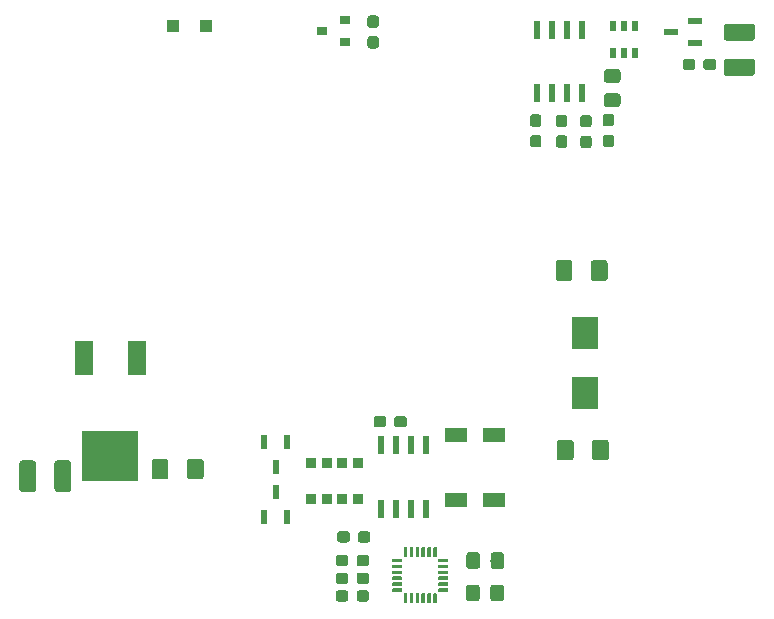
<source format=gtp>
G04 #@! TF.GenerationSoftware,KiCad,Pcbnew,(5.1.0)-1*
G04 #@! TF.CreationDate,2020-06-23T20:51:49+01:00*
G04 #@! TF.ProjectId,Universal Interface Board - Copy,556e6976-6572-4736-916c-20496e746572,-*
G04 #@! TF.SameCoordinates,Original*
G04 #@! TF.FileFunction,Paste,Top*
G04 #@! TF.FilePolarity,Positive*
%FSLAX46Y46*%
G04 Gerber Fmt 4.6, Leading zero omitted, Abs format (unit mm)*
G04 Created by KiCad (PCBNEW (5.1.0)-1) date 2020-06-23 20:51:49*
%MOMM*%
%LPD*%
G04 APERTURE LIST*
%ADD10R,1.180000X0.610000*%
%ADD11R,0.600000X1.550000*%
%ADD12R,1.600200X2.997200*%
%ADD13R,4.826000X4.191000*%
%ADD14C,0.150000*%
%ADD15C,0.950000*%
%ADD16C,1.425000*%
%ADD17R,1.100000X1.100000*%
%ADD18R,2.200000X2.700000*%
%ADD19R,0.600000X0.900000*%
%ADD20C,1.150000*%
%ADD21R,0.900000X0.800000*%
%ADD22R,0.600000X1.300000*%
%ADD23R,0.900000X0.900000*%
%ADD24R,1.900000X1.300000*%
%ADD25C,0.300000*%
G04 APERTURE END LIST*
D10*
X164975000Y-74500000D03*
X167025000Y-73585000D03*
X167025000Y-75415000D03*
D11*
X140395000Y-114900000D03*
X141665000Y-114900000D03*
X142935000Y-114900000D03*
X144205000Y-114900000D03*
X144205000Y-109500000D03*
X142935000Y-109500000D03*
X141665000Y-109500000D03*
X140395000Y-109500000D03*
D12*
X119760600Y-102142400D03*
X115290200Y-102142400D03*
D13*
X117500000Y-110422800D03*
D14*
G36*
X166810779Y-76776144D02*
G01*
X166833834Y-76779563D01*
X166856443Y-76785227D01*
X166878387Y-76793079D01*
X166899457Y-76803044D01*
X166919448Y-76815026D01*
X166938168Y-76828910D01*
X166955438Y-76844562D01*
X166971090Y-76861832D01*
X166984974Y-76880552D01*
X166996956Y-76900543D01*
X167006921Y-76921613D01*
X167014773Y-76943557D01*
X167020437Y-76966166D01*
X167023856Y-76989221D01*
X167025000Y-77012500D01*
X167025000Y-77487500D01*
X167023856Y-77510779D01*
X167020437Y-77533834D01*
X167014773Y-77556443D01*
X167006921Y-77578387D01*
X166996956Y-77599457D01*
X166984974Y-77619448D01*
X166971090Y-77638168D01*
X166955438Y-77655438D01*
X166938168Y-77671090D01*
X166919448Y-77684974D01*
X166899457Y-77696956D01*
X166878387Y-77706921D01*
X166856443Y-77714773D01*
X166833834Y-77720437D01*
X166810779Y-77723856D01*
X166787500Y-77725000D01*
X166212500Y-77725000D01*
X166189221Y-77723856D01*
X166166166Y-77720437D01*
X166143557Y-77714773D01*
X166121613Y-77706921D01*
X166100543Y-77696956D01*
X166080552Y-77684974D01*
X166061832Y-77671090D01*
X166044562Y-77655438D01*
X166028910Y-77638168D01*
X166015026Y-77619448D01*
X166003044Y-77599457D01*
X165993079Y-77578387D01*
X165985227Y-77556443D01*
X165979563Y-77533834D01*
X165976144Y-77510779D01*
X165975000Y-77487500D01*
X165975000Y-77012500D01*
X165976144Y-76989221D01*
X165979563Y-76966166D01*
X165985227Y-76943557D01*
X165993079Y-76921613D01*
X166003044Y-76900543D01*
X166015026Y-76880552D01*
X166028910Y-76861832D01*
X166044562Y-76844562D01*
X166061832Y-76828910D01*
X166080552Y-76815026D01*
X166100543Y-76803044D01*
X166121613Y-76793079D01*
X166143557Y-76785227D01*
X166166166Y-76779563D01*
X166189221Y-76776144D01*
X166212500Y-76775000D01*
X166787500Y-76775000D01*
X166810779Y-76776144D01*
X166810779Y-76776144D01*
G37*
D15*
X166500000Y-77250000D03*
D14*
G36*
X168560779Y-76776144D02*
G01*
X168583834Y-76779563D01*
X168606443Y-76785227D01*
X168628387Y-76793079D01*
X168649457Y-76803044D01*
X168669448Y-76815026D01*
X168688168Y-76828910D01*
X168705438Y-76844562D01*
X168721090Y-76861832D01*
X168734974Y-76880552D01*
X168746956Y-76900543D01*
X168756921Y-76921613D01*
X168764773Y-76943557D01*
X168770437Y-76966166D01*
X168773856Y-76989221D01*
X168775000Y-77012500D01*
X168775000Y-77487500D01*
X168773856Y-77510779D01*
X168770437Y-77533834D01*
X168764773Y-77556443D01*
X168756921Y-77578387D01*
X168746956Y-77599457D01*
X168734974Y-77619448D01*
X168721090Y-77638168D01*
X168705438Y-77655438D01*
X168688168Y-77671090D01*
X168669448Y-77684974D01*
X168649457Y-77696956D01*
X168628387Y-77706921D01*
X168606443Y-77714773D01*
X168583834Y-77720437D01*
X168560779Y-77723856D01*
X168537500Y-77725000D01*
X167962500Y-77725000D01*
X167939221Y-77723856D01*
X167916166Y-77720437D01*
X167893557Y-77714773D01*
X167871613Y-77706921D01*
X167850543Y-77696956D01*
X167830552Y-77684974D01*
X167811832Y-77671090D01*
X167794562Y-77655438D01*
X167778910Y-77638168D01*
X167765026Y-77619448D01*
X167753044Y-77599457D01*
X167743079Y-77578387D01*
X167735227Y-77556443D01*
X167729563Y-77533834D01*
X167726144Y-77510779D01*
X167725000Y-77487500D01*
X167725000Y-77012500D01*
X167726144Y-76989221D01*
X167729563Y-76966166D01*
X167735227Y-76943557D01*
X167743079Y-76921613D01*
X167753044Y-76900543D01*
X167765026Y-76880552D01*
X167778910Y-76861832D01*
X167794562Y-76844562D01*
X167811832Y-76828910D01*
X167830552Y-76815026D01*
X167850543Y-76803044D01*
X167871613Y-76793079D01*
X167893557Y-76785227D01*
X167916166Y-76779563D01*
X167939221Y-76776144D01*
X167962500Y-76775000D01*
X168537500Y-76775000D01*
X168560779Y-76776144D01*
X168560779Y-76776144D01*
G37*
D15*
X168250000Y-77250000D03*
D14*
G36*
X159474504Y-109026204D02*
G01*
X159498773Y-109029804D01*
X159522571Y-109035765D01*
X159545671Y-109044030D01*
X159567849Y-109054520D01*
X159588893Y-109067133D01*
X159608598Y-109081747D01*
X159626777Y-109098223D01*
X159643253Y-109116402D01*
X159657867Y-109136107D01*
X159670480Y-109157151D01*
X159680970Y-109179329D01*
X159689235Y-109202429D01*
X159695196Y-109226227D01*
X159698796Y-109250496D01*
X159700000Y-109275000D01*
X159700000Y-110525000D01*
X159698796Y-110549504D01*
X159695196Y-110573773D01*
X159689235Y-110597571D01*
X159680970Y-110620671D01*
X159670480Y-110642849D01*
X159657867Y-110663893D01*
X159643253Y-110683598D01*
X159626777Y-110701777D01*
X159608598Y-110718253D01*
X159588893Y-110732867D01*
X159567849Y-110745480D01*
X159545671Y-110755970D01*
X159522571Y-110764235D01*
X159498773Y-110770196D01*
X159474504Y-110773796D01*
X159450000Y-110775000D01*
X158525000Y-110775000D01*
X158500496Y-110773796D01*
X158476227Y-110770196D01*
X158452429Y-110764235D01*
X158429329Y-110755970D01*
X158407151Y-110745480D01*
X158386107Y-110732867D01*
X158366402Y-110718253D01*
X158348223Y-110701777D01*
X158331747Y-110683598D01*
X158317133Y-110663893D01*
X158304520Y-110642849D01*
X158294030Y-110620671D01*
X158285765Y-110597571D01*
X158279804Y-110573773D01*
X158276204Y-110549504D01*
X158275000Y-110525000D01*
X158275000Y-109275000D01*
X158276204Y-109250496D01*
X158279804Y-109226227D01*
X158285765Y-109202429D01*
X158294030Y-109179329D01*
X158304520Y-109157151D01*
X158317133Y-109136107D01*
X158331747Y-109116402D01*
X158348223Y-109098223D01*
X158366402Y-109081747D01*
X158386107Y-109067133D01*
X158407151Y-109054520D01*
X158429329Y-109044030D01*
X158452429Y-109035765D01*
X158476227Y-109029804D01*
X158500496Y-109026204D01*
X158525000Y-109025000D01*
X159450000Y-109025000D01*
X159474504Y-109026204D01*
X159474504Y-109026204D01*
G37*
D16*
X158987500Y-109900000D03*
D14*
G36*
X156499504Y-109026204D02*
G01*
X156523773Y-109029804D01*
X156547571Y-109035765D01*
X156570671Y-109044030D01*
X156592849Y-109054520D01*
X156613893Y-109067133D01*
X156633598Y-109081747D01*
X156651777Y-109098223D01*
X156668253Y-109116402D01*
X156682867Y-109136107D01*
X156695480Y-109157151D01*
X156705970Y-109179329D01*
X156714235Y-109202429D01*
X156720196Y-109226227D01*
X156723796Y-109250496D01*
X156725000Y-109275000D01*
X156725000Y-110525000D01*
X156723796Y-110549504D01*
X156720196Y-110573773D01*
X156714235Y-110597571D01*
X156705970Y-110620671D01*
X156695480Y-110642849D01*
X156682867Y-110663893D01*
X156668253Y-110683598D01*
X156651777Y-110701777D01*
X156633598Y-110718253D01*
X156613893Y-110732867D01*
X156592849Y-110745480D01*
X156570671Y-110755970D01*
X156547571Y-110764235D01*
X156523773Y-110770196D01*
X156499504Y-110773796D01*
X156475000Y-110775000D01*
X155550000Y-110775000D01*
X155525496Y-110773796D01*
X155501227Y-110770196D01*
X155477429Y-110764235D01*
X155454329Y-110755970D01*
X155432151Y-110745480D01*
X155411107Y-110732867D01*
X155391402Y-110718253D01*
X155373223Y-110701777D01*
X155356747Y-110683598D01*
X155342133Y-110663893D01*
X155329520Y-110642849D01*
X155319030Y-110620671D01*
X155310765Y-110597571D01*
X155304804Y-110573773D01*
X155301204Y-110549504D01*
X155300000Y-110525000D01*
X155300000Y-109275000D01*
X155301204Y-109250496D01*
X155304804Y-109226227D01*
X155310765Y-109202429D01*
X155319030Y-109179329D01*
X155329520Y-109157151D01*
X155342133Y-109136107D01*
X155356747Y-109116402D01*
X155373223Y-109098223D01*
X155391402Y-109081747D01*
X155411107Y-109067133D01*
X155432151Y-109054520D01*
X155454329Y-109044030D01*
X155477429Y-109035765D01*
X155501227Y-109029804D01*
X155525496Y-109026204D01*
X155550000Y-109025000D01*
X156475000Y-109025000D01*
X156499504Y-109026204D01*
X156499504Y-109026204D01*
G37*
D16*
X156012500Y-109900000D03*
D14*
G36*
X156399504Y-93826204D02*
G01*
X156423773Y-93829804D01*
X156447571Y-93835765D01*
X156470671Y-93844030D01*
X156492849Y-93854520D01*
X156513893Y-93867133D01*
X156533598Y-93881747D01*
X156551777Y-93898223D01*
X156568253Y-93916402D01*
X156582867Y-93936107D01*
X156595480Y-93957151D01*
X156605970Y-93979329D01*
X156614235Y-94002429D01*
X156620196Y-94026227D01*
X156623796Y-94050496D01*
X156625000Y-94075000D01*
X156625000Y-95325000D01*
X156623796Y-95349504D01*
X156620196Y-95373773D01*
X156614235Y-95397571D01*
X156605970Y-95420671D01*
X156595480Y-95442849D01*
X156582867Y-95463893D01*
X156568253Y-95483598D01*
X156551777Y-95501777D01*
X156533598Y-95518253D01*
X156513893Y-95532867D01*
X156492849Y-95545480D01*
X156470671Y-95555970D01*
X156447571Y-95564235D01*
X156423773Y-95570196D01*
X156399504Y-95573796D01*
X156375000Y-95575000D01*
X155450000Y-95575000D01*
X155425496Y-95573796D01*
X155401227Y-95570196D01*
X155377429Y-95564235D01*
X155354329Y-95555970D01*
X155332151Y-95545480D01*
X155311107Y-95532867D01*
X155291402Y-95518253D01*
X155273223Y-95501777D01*
X155256747Y-95483598D01*
X155242133Y-95463893D01*
X155229520Y-95442849D01*
X155219030Y-95420671D01*
X155210765Y-95397571D01*
X155204804Y-95373773D01*
X155201204Y-95349504D01*
X155200000Y-95325000D01*
X155200000Y-94075000D01*
X155201204Y-94050496D01*
X155204804Y-94026227D01*
X155210765Y-94002429D01*
X155219030Y-93979329D01*
X155229520Y-93957151D01*
X155242133Y-93936107D01*
X155256747Y-93916402D01*
X155273223Y-93898223D01*
X155291402Y-93881747D01*
X155311107Y-93867133D01*
X155332151Y-93854520D01*
X155354329Y-93844030D01*
X155377429Y-93835765D01*
X155401227Y-93829804D01*
X155425496Y-93826204D01*
X155450000Y-93825000D01*
X156375000Y-93825000D01*
X156399504Y-93826204D01*
X156399504Y-93826204D01*
G37*
D16*
X155912500Y-94700000D03*
D14*
G36*
X159374504Y-93826204D02*
G01*
X159398773Y-93829804D01*
X159422571Y-93835765D01*
X159445671Y-93844030D01*
X159467849Y-93854520D01*
X159488893Y-93867133D01*
X159508598Y-93881747D01*
X159526777Y-93898223D01*
X159543253Y-93916402D01*
X159557867Y-93936107D01*
X159570480Y-93957151D01*
X159580970Y-93979329D01*
X159589235Y-94002429D01*
X159595196Y-94026227D01*
X159598796Y-94050496D01*
X159600000Y-94075000D01*
X159600000Y-95325000D01*
X159598796Y-95349504D01*
X159595196Y-95373773D01*
X159589235Y-95397571D01*
X159580970Y-95420671D01*
X159570480Y-95442849D01*
X159557867Y-95463893D01*
X159543253Y-95483598D01*
X159526777Y-95501777D01*
X159508598Y-95518253D01*
X159488893Y-95532867D01*
X159467849Y-95545480D01*
X159445671Y-95555970D01*
X159422571Y-95564235D01*
X159398773Y-95570196D01*
X159374504Y-95573796D01*
X159350000Y-95575000D01*
X158425000Y-95575000D01*
X158400496Y-95573796D01*
X158376227Y-95570196D01*
X158352429Y-95564235D01*
X158329329Y-95555970D01*
X158307151Y-95545480D01*
X158286107Y-95532867D01*
X158266402Y-95518253D01*
X158248223Y-95501777D01*
X158231747Y-95483598D01*
X158217133Y-95463893D01*
X158204520Y-95442849D01*
X158194030Y-95420671D01*
X158185765Y-95397571D01*
X158179804Y-95373773D01*
X158176204Y-95349504D01*
X158175000Y-95325000D01*
X158175000Y-94075000D01*
X158176204Y-94050496D01*
X158179804Y-94026227D01*
X158185765Y-94002429D01*
X158194030Y-93979329D01*
X158204520Y-93957151D01*
X158217133Y-93936107D01*
X158231747Y-93916402D01*
X158248223Y-93898223D01*
X158266402Y-93881747D01*
X158286107Y-93867133D01*
X158307151Y-93854520D01*
X158329329Y-93844030D01*
X158352429Y-93835765D01*
X158376227Y-93829804D01*
X158400496Y-93826204D01*
X158425000Y-93825000D01*
X159350000Y-93825000D01*
X159374504Y-93826204D01*
X159374504Y-93826204D01*
G37*
D16*
X158887500Y-94700000D03*
D14*
G36*
X122199504Y-110626204D02*
G01*
X122223773Y-110629804D01*
X122247571Y-110635765D01*
X122270671Y-110644030D01*
X122292849Y-110654520D01*
X122313893Y-110667133D01*
X122333598Y-110681747D01*
X122351777Y-110698223D01*
X122368253Y-110716402D01*
X122382867Y-110736107D01*
X122395480Y-110757151D01*
X122405970Y-110779329D01*
X122414235Y-110802429D01*
X122420196Y-110826227D01*
X122423796Y-110850496D01*
X122425000Y-110875000D01*
X122425000Y-112125000D01*
X122423796Y-112149504D01*
X122420196Y-112173773D01*
X122414235Y-112197571D01*
X122405970Y-112220671D01*
X122395480Y-112242849D01*
X122382867Y-112263893D01*
X122368253Y-112283598D01*
X122351777Y-112301777D01*
X122333598Y-112318253D01*
X122313893Y-112332867D01*
X122292849Y-112345480D01*
X122270671Y-112355970D01*
X122247571Y-112364235D01*
X122223773Y-112370196D01*
X122199504Y-112373796D01*
X122175000Y-112375000D01*
X121250000Y-112375000D01*
X121225496Y-112373796D01*
X121201227Y-112370196D01*
X121177429Y-112364235D01*
X121154329Y-112355970D01*
X121132151Y-112345480D01*
X121111107Y-112332867D01*
X121091402Y-112318253D01*
X121073223Y-112301777D01*
X121056747Y-112283598D01*
X121042133Y-112263893D01*
X121029520Y-112242849D01*
X121019030Y-112220671D01*
X121010765Y-112197571D01*
X121004804Y-112173773D01*
X121001204Y-112149504D01*
X121000000Y-112125000D01*
X121000000Y-110875000D01*
X121001204Y-110850496D01*
X121004804Y-110826227D01*
X121010765Y-110802429D01*
X121019030Y-110779329D01*
X121029520Y-110757151D01*
X121042133Y-110736107D01*
X121056747Y-110716402D01*
X121073223Y-110698223D01*
X121091402Y-110681747D01*
X121111107Y-110667133D01*
X121132151Y-110654520D01*
X121154329Y-110644030D01*
X121177429Y-110635765D01*
X121201227Y-110629804D01*
X121225496Y-110626204D01*
X121250000Y-110625000D01*
X122175000Y-110625000D01*
X122199504Y-110626204D01*
X122199504Y-110626204D01*
G37*
D16*
X121712500Y-111500000D03*
D14*
G36*
X125174504Y-110626204D02*
G01*
X125198773Y-110629804D01*
X125222571Y-110635765D01*
X125245671Y-110644030D01*
X125267849Y-110654520D01*
X125288893Y-110667133D01*
X125308598Y-110681747D01*
X125326777Y-110698223D01*
X125343253Y-110716402D01*
X125357867Y-110736107D01*
X125370480Y-110757151D01*
X125380970Y-110779329D01*
X125389235Y-110802429D01*
X125395196Y-110826227D01*
X125398796Y-110850496D01*
X125400000Y-110875000D01*
X125400000Y-112125000D01*
X125398796Y-112149504D01*
X125395196Y-112173773D01*
X125389235Y-112197571D01*
X125380970Y-112220671D01*
X125370480Y-112242849D01*
X125357867Y-112263893D01*
X125343253Y-112283598D01*
X125326777Y-112301777D01*
X125308598Y-112318253D01*
X125288893Y-112332867D01*
X125267849Y-112345480D01*
X125245671Y-112355970D01*
X125222571Y-112364235D01*
X125198773Y-112370196D01*
X125174504Y-112373796D01*
X125150000Y-112375000D01*
X124225000Y-112375000D01*
X124200496Y-112373796D01*
X124176227Y-112370196D01*
X124152429Y-112364235D01*
X124129329Y-112355970D01*
X124107151Y-112345480D01*
X124086107Y-112332867D01*
X124066402Y-112318253D01*
X124048223Y-112301777D01*
X124031747Y-112283598D01*
X124017133Y-112263893D01*
X124004520Y-112242849D01*
X123994030Y-112220671D01*
X123985765Y-112197571D01*
X123979804Y-112173773D01*
X123976204Y-112149504D01*
X123975000Y-112125000D01*
X123975000Y-110875000D01*
X123976204Y-110850496D01*
X123979804Y-110826227D01*
X123985765Y-110802429D01*
X123994030Y-110779329D01*
X124004520Y-110757151D01*
X124017133Y-110736107D01*
X124031747Y-110716402D01*
X124048223Y-110698223D01*
X124066402Y-110681747D01*
X124086107Y-110667133D01*
X124107151Y-110654520D01*
X124129329Y-110644030D01*
X124152429Y-110635765D01*
X124176227Y-110629804D01*
X124200496Y-110626204D01*
X124225000Y-110625000D01*
X125150000Y-110625000D01*
X125174504Y-110626204D01*
X125174504Y-110626204D01*
G37*
D16*
X124687500Y-111500000D03*
D14*
G36*
X171849504Y-76776204D02*
G01*
X171873773Y-76779804D01*
X171897571Y-76785765D01*
X171920671Y-76794030D01*
X171942849Y-76804520D01*
X171963893Y-76817133D01*
X171983598Y-76831747D01*
X172001777Y-76848223D01*
X172018253Y-76866402D01*
X172032867Y-76886107D01*
X172045480Y-76907151D01*
X172055970Y-76929329D01*
X172064235Y-76952429D01*
X172070196Y-76976227D01*
X172073796Y-77000496D01*
X172075000Y-77025000D01*
X172075000Y-77950000D01*
X172073796Y-77974504D01*
X172070196Y-77998773D01*
X172064235Y-78022571D01*
X172055970Y-78045671D01*
X172045480Y-78067849D01*
X172032867Y-78088893D01*
X172018253Y-78108598D01*
X172001777Y-78126777D01*
X171983598Y-78143253D01*
X171963893Y-78157867D01*
X171942849Y-78170480D01*
X171920671Y-78180970D01*
X171897571Y-78189235D01*
X171873773Y-78195196D01*
X171849504Y-78198796D01*
X171825000Y-78200000D01*
X169675000Y-78200000D01*
X169650496Y-78198796D01*
X169626227Y-78195196D01*
X169602429Y-78189235D01*
X169579329Y-78180970D01*
X169557151Y-78170480D01*
X169536107Y-78157867D01*
X169516402Y-78143253D01*
X169498223Y-78126777D01*
X169481747Y-78108598D01*
X169467133Y-78088893D01*
X169454520Y-78067849D01*
X169444030Y-78045671D01*
X169435765Y-78022571D01*
X169429804Y-77998773D01*
X169426204Y-77974504D01*
X169425000Y-77950000D01*
X169425000Y-77025000D01*
X169426204Y-77000496D01*
X169429804Y-76976227D01*
X169435765Y-76952429D01*
X169444030Y-76929329D01*
X169454520Y-76907151D01*
X169467133Y-76886107D01*
X169481747Y-76866402D01*
X169498223Y-76848223D01*
X169516402Y-76831747D01*
X169536107Y-76817133D01*
X169557151Y-76804520D01*
X169579329Y-76794030D01*
X169602429Y-76785765D01*
X169626227Y-76779804D01*
X169650496Y-76776204D01*
X169675000Y-76775000D01*
X171825000Y-76775000D01*
X171849504Y-76776204D01*
X171849504Y-76776204D01*
G37*
D16*
X170750000Y-77487500D03*
D14*
G36*
X171849504Y-73801204D02*
G01*
X171873773Y-73804804D01*
X171897571Y-73810765D01*
X171920671Y-73819030D01*
X171942849Y-73829520D01*
X171963893Y-73842133D01*
X171983598Y-73856747D01*
X172001777Y-73873223D01*
X172018253Y-73891402D01*
X172032867Y-73911107D01*
X172045480Y-73932151D01*
X172055970Y-73954329D01*
X172064235Y-73977429D01*
X172070196Y-74001227D01*
X172073796Y-74025496D01*
X172075000Y-74050000D01*
X172075000Y-74975000D01*
X172073796Y-74999504D01*
X172070196Y-75023773D01*
X172064235Y-75047571D01*
X172055970Y-75070671D01*
X172045480Y-75092849D01*
X172032867Y-75113893D01*
X172018253Y-75133598D01*
X172001777Y-75151777D01*
X171983598Y-75168253D01*
X171963893Y-75182867D01*
X171942849Y-75195480D01*
X171920671Y-75205970D01*
X171897571Y-75214235D01*
X171873773Y-75220196D01*
X171849504Y-75223796D01*
X171825000Y-75225000D01*
X169675000Y-75225000D01*
X169650496Y-75223796D01*
X169626227Y-75220196D01*
X169602429Y-75214235D01*
X169579329Y-75205970D01*
X169557151Y-75195480D01*
X169536107Y-75182867D01*
X169516402Y-75168253D01*
X169498223Y-75151777D01*
X169481747Y-75133598D01*
X169467133Y-75113893D01*
X169454520Y-75092849D01*
X169444030Y-75070671D01*
X169435765Y-75047571D01*
X169429804Y-75023773D01*
X169426204Y-74999504D01*
X169425000Y-74975000D01*
X169425000Y-74050000D01*
X169426204Y-74025496D01*
X169429804Y-74001227D01*
X169435765Y-73977429D01*
X169444030Y-73954329D01*
X169454520Y-73932151D01*
X169467133Y-73911107D01*
X169481747Y-73891402D01*
X169498223Y-73873223D01*
X169516402Y-73856747D01*
X169536107Y-73842133D01*
X169557151Y-73829520D01*
X169579329Y-73819030D01*
X169602429Y-73810765D01*
X169626227Y-73804804D01*
X169650496Y-73801204D01*
X169675000Y-73800000D01*
X171825000Y-73800000D01*
X171849504Y-73801204D01*
X171849504Y-73801204D01*
G37*
D16*
X170750000Y-74512500D03*
D14*
G36*
X110999504Y-110776204D02*
G01*
X111023773Y-110779804D01*
X111047571Y-110785765D01*
X111070671Y-110794030D01*
X111092849Y-110804520D01*
X111113893Y-110817133D01*
X111133598Y-110831747D01*
X111151777Y-110848223D01*
X111168253Y-110866402D01*
X111182867Y-110886107D01*
X111195480Y-110907151D01*
X111205970Y-110929329D01*
X111214235Y-110952429D01*
X111220196Y-110976227D01*
X111223796Y-111000496D01*
X111225000Y-111025000D01*
X111225000Y-113175000D01*
X111223796Y-113199504D01*
X111220196Y-113223773D01*
X111214235Y-113247571D01*
X111205970Y-113270671D01*
X111195480Y-113292849D01*
X111182867Y-113313893D01*
X111168253Y-113333598D01*
X111151777Y-113351777D01*
X111133598Y-113368253D01*
X111113893Y-113382867D01*
X111092849Y-113395480D01*
X111070671Y-113405970D01*
X111047571Y-113414235D01*
X111023773Y-113420196D01*
X110999504Y-113423796D01*
X110975000Y-113425000D01*
X110050000Y-113425000D01*
X110025496Y-113423796D01*
X110001227Y-113420196D01*
X109977429Y-113414235D01*
X109954329Y-113405970D01*
X109932151Y-113395480D01*
X109911107Y-113382867D01*
X109891402Y-113368253D01*
X109873223Y-113351777D01*
X109856747Y-113333598D01*
X109842133Y-113313893D01*
X109829520Y-113292849D01*
X109819030Y-113270671D01*
X109810765Y-113247571D01*
X109804804Y-113223773D01*
X109801204Y-113199504D01*
X109800000Y-113175000D01*
X109800000Y-111025000D01*
X109801204Y-111000496D01*
X109804804Y-110976227D01*
X109810765Y-110952429D01*
X109819030Y-110929329D01*
X109829520Y-110907151D01*
X109842133Y-110886107D01*
X109856747Y-110866402D01*
X109873223Y-110848223D01*
X109891402Y-110831747D01*
X109911107Y-110817133D01*
X109932151Y-110804520D01*
X109954329Y-110794030D01*
X109977429Y-110785765D01*
X110001227Y-110779804D01*
X110025496Y-110776204D01*
X110050000Y-110775000D01*
X110975000Y-110775000D01*
X110999504Y-110776204D01*
X110999504Y-110776204D01*
G37*
D16*
X110512500Y-112100000D03*
D14*
G36*
X113974504Y-110776204D02*
G01*
X113998773Y-110779804D01*
X114022571Y-110785765D01*
X114045671Y-110794030D01*
X114067849Y-110804520D01*
X114088893Y-110817133D01*
X114108598Y-110831747D01*
X114126777Y-110848223D01*
X114143253Y-110866402D01*
X114157867Y-110886107D01*
X114170480Y-110907151D01*
X114180970Y-110929329D01*
X114189235Y-110952429D01*
X114195196Y-110976227D01*
X114198796Y-111000496D01*
X114200000Y-111025000D01*
X114200000Y-113175000D01*
X114198796Y-113199504D01*
X114195196Y-113223773D01*
X114189235Y-113247571D01*
X114180970Y-113270671D01*
X114170480Y-113292849D01*
X114157867Y-113313893D01*
X114143253Y-113333598D01*
X114126777Y-113351777D01*
X114108598Y-113368253D01*
X114088893Y-113382867D01*
X114067849Y-113395480D01*
X114045671Y-113405970D01*
X114022571Y-113414235D01*
X113998773Y-113420196D01*
X113974504Y-113423796D01*
X113950000Y-113425000D01*
X113025000Y-113425000D01*
X113000496Y-113423796D01*
X112976227Y-113420196D01*
X112952429Y-113414235D01*
X112929329Y-113405970D01*
X112907151Y-113395480D01*
X112886107Y-113382867D01*
X112866402Y-113368253D01*
X112848223Y-113351777D01*
X112831747Y-113333598D01*
X112817133Y-113313893D01*
X112804520Y-113292849D01*
X112794030Y-113270671D01*
X112785765Y-113247571D01*
X112779804Y-113223773D01*
X112776204Y-113199504D01*
X112775000Y-113175000D01*
X112775000Y-111025000D01*
X112776204Y-111000496D01*
X112779804Y-110976227D01*
X112785765Y-110952429D01*
X112794030Y-110929329D01*
X112804520Y-110907151D01*
X112817133Y-110886107D01*
X112831747Y-110866402D01*
X112848223Y-110848223D01*
X112866402Y-110831747D01*
X112886107Y-110817133D01*
X112907151Y-110804520D01*
X112929329Y-110794030D01*
X112952429Y-110785765D01*
X112976227Y-110779804D01*
X113000496Y-110776204D01*
X113025000Y-110775000D01*
X113950000Y-110775000D01*
X113974504Y-110776204D01*
X113974504Y-110776204D01*
G37*
D16*
X113487500Y-112100000D03*
D17*
X125625000Y-73950000D03*
X122825000Y-73950000D03*
D18*
X157700000Y-105050000D03*
X157700000Y-99950000D03*
D19*
X160050000Y-73950000D03*
X161000000Y-73950000D03*
X161950000Y-73950000D03*
X161950000Y-76250000D03*
X161000000Y-76250000D03*
X160050000Y-76250000D03*
D14*
G36*
X140010779Y-74851144D02*
G01*
X140033834Y-74854563D01*
X140056443Y-74860227D01*
X140078387Y-74868079D01*
X140099457Y-74878044D01*
X140119448Y-74890026D01*
X140138168Y-74903910D01*
X140155438Y-74919562D01*
X140171090Y-74936832D01*
X140184974Y-74955552D01*
X140196956Y-74975543D01*
X140206921Y-74996613D01*
X140214773Y-75018557D01*
X140220437Y-75041166D01*
X140223856Y-75064221D01*
X140225000Y-75087500D01*
X140225000Y-75662500D01*
X140223856Y-75685779D01*
X140220437Y-75708834D01*
X140214773Y-75731443D01*
X140206921Y-75753387D01*
X140196956Y-75774457D01*
X140184974Y-75794448D01*
X140171090Y-75813168D01*
X140155438Y-75830438D01*
X140138168Y-75846090D01*
X140119448Y-75859974D01*
X140099457Y-75871956D01*
X140078387Y-75881921D01*
X140056443Y-75889773D01*
X140033834Y-75895437D01*
X140010779Y-75898856D01*
X139987500Y-75900000D01*
X139512500Y-75900000D01*
X139489221Y-75898856D01*
X139466166Y-75895437D01*
X139443557Y-75889773D01*
X139421613Y-75881921D01*
X139400543Y-75871956D01*
X139380552Y-75859974D01*
X139361832Y-75846090D01*
X139344562Y-75830438D01*
X139328910Y-75813168D01*
X139315026Y-75794448D01*
X139303044Y-75774457D01*
X139293079Y-75753387D01*
X139285227Y-75731443D01*
X139279563Y-75708834D01*
X139276144Y-75685779D01*
X139275000Y-75662500D01*
X139275000Y-75087500D01*
X139276144Y-75064221D01*
X139279563Y-75041166D01*
X139285227Y-75018557D01*
X139293079Y-74996613D01*
X139303044Y-74975543D01*
X139315026Y-74955552D01*
X139328910Y-74936832D01*
X139344562Y-74919562D01*
X139361832Y-74903910D01*
X139380552Y-74890026D01*
X139400543Y-74878044D01*
X139421613Y-74868079D01*
X139443557Y-74860227D01*
X139466166Y-74854563D01*
X139489221Y-74851144D01*
X139512500Y-74850000D01*
X139987500Y-74850000D01*
X140010779Y-74851144D01*
X140010779Y-74851144D01*
G37*
D15*
X139750000Y-75375000D03*
D14*
G36*
X140010779Y-73101144D02*
G01*
X140033834Y-73104563D01*
X140056443Y-73110227D01*
X140078387Y-73118079D01*
X140099457Y-73128044D01*
X140119448Y-73140026D01*
X140138168Y-73153910D01*
X140155438Y-73169562D01*
X140171090Y-73186832D01*
X140184974Y-73205552D01*
X140196956Y-73225543D01*
X140206921Y-73246613D01*
X140214773Y-73268557D01*
X140220437Y-73291166D01*
X140223856Y-73314221D01*
X140225000Y-73337500D01*
X140225000Y-73912500D01*
X140223856Y-73935779D01*
X140220437Y-73958834D01*
X140214773Y-73981443D01*
X140206921Y-74003387D01*
X140196956Y-74024457D01*
X140184974Y-74044448D01*
X140171090Y-74063168D01*
X140155438Y-74080438D01*
X140138168Y-74096090D01*
X140119448Y-74109974D01*
X140099457Y-74121956D01*
X140078387Y-74131921D01*
X140056443Y-74139773D01*
X140033834Y-74145437D01*
X140010779Y-74148856D01*
X139987500Y-74150000D01*
X139512500Y-74150000D01*
X139489221Y-74148856D01*
X139466166Y-74145437D01*
X139443557Y-74139773D01*
X139421613Y-74131921D01*
X139400543Y-74121956D01*
X139380552Y-74109974D01*
X139361832Y-74096090D01*
X139344562Y-74080438D01*
X139328910Y-74063168D01*
X139315026Y-74044448D01*
X139303044Y-74024457D01*
X139293079Y-74003387D01*
X139285227Y-73981443D01*
X139279563Y-73958834D01*
X139276144Y-73935779D01*
X139275000Y-73912500D01*
X139275000Y-73337500D01*
X139276144Y-73314221D01*
X139279563Y-73291166D01*
X139285227Y-73268557D01*
X139293079Y-73246613D01*
X139303044Y-73225543D01*
X139315026Y-73205552D01*
X139328910Y-73186832D01*
X139344562Y-73169562D01*
X139361832Y-73153910D01*
X139380552Y-73140026D01*
X139400543Y-73128044D01*
X139421613Y-73118079D01*
X139443557Y-73110227D01*
X139466166Y-73104563D01*
X139489221Y-73101144D01*
X139512500Y-73100000D01*
X139987500Y-73100000D01*
X140010779Y-73101144D01*
X140010779Y-73101144D01*
G37*
D15*
X139750000Y-73625000D03*
D14*
G36*
X153785779Y-83226144D02*
G01*
X153808834Y-83229563D01*
X153831443Y-83235227D01*
X153853387Y-83243079D01*
X153874457Y-83253044D01*
X153894448Y-83265026D01*
X153913168Y-83278910D01*
X153930438Y-83294562D01*
X153946090Y-83311832D01*
X153959974Y-83330552D01*
X153971956Y-83350543D01*
X153981921Y-83371613D01*
X153989773Y-83393557D01*
X153995437Y-83416166D01*
X153998856Y-83439221D01*
X154000000Y-83462500D01*
X154000000Y-84037500D01*
X153998856Y-84060779D01*
X153995437Y-84083834D01*
X153989773Y-84106443D01*
X153981921Y-84128387D01*
X153971956Y-84149457D01*
X153959974Y-84169448D01*
X153946090Y-84188168D01*
X153930438Y-84205438D01*
X153913168Y-84221090D01*
X153894448Y-84234974D01*
X153874457Y-84246956D01*
X153853387Y-84256921D01*
X153831443Y-84264773D01*
X153808834Y-84270437D01*
X153785779Y-84273856D01*
X153762500Y-84275000D01*
X153287500Y-84275000D01*
X153264221Y-84273856D01*
X153241166Y-84270437D01*
X153218557Y-84264773D01*
X153196613Y-84256921D01*
X153175543Y-84246956D01*
X153155552Y-84234974D01*
X153136832Y-84221090D01*
X153119562Y-84205438D01*
X153103910Y-84188168D01*
X153090026Y-84169448D01*
X153078044Y-84149457D01*
X153068079Y-84128387D01*
X153060227Y-84106443D01*
X153054563Y-84083834D01*
X153051144Y-84060779D01*
X153050000Y-84037500D01*
X153050000Y-83462500D01*
X153051144Y-83439221D01*
X153054563Y-83416166D01*
X153060227Y-83393557D01*
X153068079Y-83371613D01*
X153078044Y-83350543D01*
X153090026Y-83330552D01*
X153103910Y-83311832D01*
X153119562Y-83294562D01*
X153136832Y-83278910D01*
X153155552Y-83265026D01*
X153175543Y-83253044D01*
X153196613Y-83243079D01*
X153218557Y-83235227D01*
X153241166Y-83229563D01*
X153264221Y-83226144D01*
X153287500Y-83225000D01*
X153762500Y-83225000D01*
X153785779Y-83226144D01*
X153785779Y-83226144D01*
G37*
D15*
X153525000Y-83750000D03*
D14*
G36*
X153785779Y-81476144D02*
G01*
X153808834Y-81479563D01*
X153831443Y-81485227D01*
X153853387Y-81493079D01*
X153874457Y-81503044D01*
X153894448Y-81515026D01*
X153913168Y-81528910D01*
X153930438Y-81544562D01*
X153946090Y-81561832D01*
X153959974Y-81580552D01*
X153971956Y-81600543D01*
X153981921Y-81621613D01*
X153989773Y-81643557D01*
X153995437Y-81666166D01*
X153998856Y-81689221D01*
X154000000Y-81712500D01*
X154000000Y-82287500D01*
X153998856Y-82310779D01*
X153995437Y-82333834D01*
X153989773Y-82356443D01*
X153981921Y-82378387D01*
X153971956Y-82399457D01*
X153959974Y-82419448D01*
X153946090Y-82438168D01*
X153930438Y-82455438D01*
X153913168Y-82471090D01*
X153894448Y-82484974D01*
X153874457Y-82496956D01*
X153853387Y-82506921D01*
X153831443Y-82514773D01*
X153808834Y-82520437D01*
X153785779Y-82523856D01*
X153762500Y-82525000D01*
X153287500Y-82525000D01*
X153264221Y-82523856D01*
X153241166Y-82520437D01*
X153218557Y-82514773D01*
X153196613Y-82506921D01*
X153175543Y-82496956D01*
X153155552Y-82484974D01*
X153136832Y-82471090D01*
X153119562Y-82455438D01*
X153103910Y-82438168D01*
X153090026Y-82419448D01*
X153078044Y-82399457D01*
X153068079Y-82378387D01*
X153060227Y-82356443D01*
X153054563Y-82333834D01*
X153051144Y-82310779D01*
X153050000Y-82287500D01*
X153050000Y-81712500D01*
X153051144Y-81689221D01*
X153054563Y-81666166D01*
X153060227Y-81643557D01*
X153068079Y-81621613D01*
X153078044Y-81600543D01*
X153090026Y-81580552D01*
X153103910Y-81561832D01*
X153119562Y-81544562D01*
X153136832Y-81528910D01*
X153155552Y-81515026D01*
X153175543Y-81503044D01*
X153196613Y-81493079D01*
X153218557Y-81485227D01*
X153241166Y-81479563D01*
X153264221Y-81476144D01*
X153287500Y-81475000D01*
X153762500Y-81475000D01*
X153785779Y-81476144D01*
X153785779Y-81476144D01*
G37*
D15*
X153525000Y-82000000D03*
D14*
G36*
X155985779Y-81501144D02*
G01*
X156008834Y-81504563D01*
X156031443Y-81510227D01*
X156053387Y-81518079D01*
X156074457Y-81528044D01*
X156094448Y-81540026D01*
X156113168Y-81553910D01*
X156130438Y-81569562D01*
X156146090Y-81586832D01*
X156159974Y-81605552D01*
X156171956Y-81625543D01*
X156181921Y-81646613D01*
X156189773Y-81668557D01*
X156195437Y-81691166D01*
X156198856Y-81714221D01*
X156200000Y-81737500D01*
X156200000Y-82312500D01*
X156198856Y-82335779D01*
X156195437Y-82358834D01*
X156189773Y-82381443D01*
X156181921Y-82403387D01*
X156171956Y-82424457D01*
X156159974Y-82444448D01*
X156146090Y-82463168D01*
X156130438Y-82480438D01*
X156113168Y-82496090D01*
X156094448Y-82509974D01*
X156074457Y-82521956D01*
X156053387Y-82531921D01*
X156031443Y-82539773D01*
X156008834Y-82545437D01*
X155985779Y-82548856D01*
X155962500Y-82550000D01*
X155487500Y-82550000D01*
X155464221Y-82548856D01*
X155441166Y-82545437D01*
X155418557Y-82539773D01*
X155396613Y-82531921D01*
X155375543Y-82521956D01*
X155355552Y-82509974D01*
X155336832Y-82496090D01*
X155319562Y-82480438D01*
X155303910Y-82463168D01*
X155290026Y-82444448D01*
X155278044Y-82424457D01*
X155268079Y-82403387D01*
X155260227Y-82381443D01*
X155254563Y-82358834D01*
X155251144Y-82335779D01*
X155250000Y-82312500D01*
X155250000Y-81737500D01*
X155251144Y-81714221D01*
X155254563Y-81691166D01*
X155260227Y-81668557D01*
X155268079Y-81646613D01*
X155278044Y-81625543D01*
X155290026Y-81605552D01*
X155303910Y-81586832D01*
X155319562Y-81569562D01*
X155336832Y-81553910D01*
X155355552Y-81540026D01*
X155375543Y-81528044D01*
X155396613Y-81518079D01*
X155418557Y-81510227D01*
X155441166Y-81504563D01*
X155464221Y-81501144D01*
X155487500Y-81500000D01*
X155962500Y-81500000D01*
X155985779Y-81501144D01*
X155985779Y-81501144D01*
G37*
D15*
X155725000Y-82025000D03*
D14*
G36*
X155985779Y-83251144D02*
G01*
X156008834Y-83254563D01*
X156031443Y-83260227D01*
X156053387Y-83268079D01*
X156074457Y-83278044D01*
X156094448Y-83290026D01*
X156113168Y-83303910D01*
X156130438Y-83319562D01*
X156146090Y-83336832D01*
X156159974Y-83355552D01*
X156171956Y-83375543D01*
X156181921Y-83396613D01*
X156189773Y-83418557D01*
X156195437Y-83441166D01*
X156198856Y-83464221D01*
X156200000Y-83487500D01*
X156200000Y-84062500D01*
X156198856Y-84085779D01*
X156195437Y-84108834D01*
X156189773Y-84131443D01*
X156181921Y-84153387D01*
X156171956Y-84174457D01*
X156159974Y-84194448D01*
X156146090Y-84213168D01*
X156130438Y-84230438D01*
X156113168Y-84246090D01*
X156094448Y-84259974D01*
X156074457Y-84271956D01*
X156053387Y-84281921D01*
X156031443Y-84289773D01*
X156008834Y-84295437D01*
X155985779Y-84298856D01*
X155962500Y-84300000D01*
X155487500Y-84300000D01*
X155464221Y-84298856D01*
X155441166Y-84295437D01*
X155418557Y-84289773D01*
X155396613Y-84281921D01*
X155375543Y-84271956D01*
X155355552Y-84259974D01*
X155336832Y-84246090D01*
X155319562Y-84230438D01*
X155303910Y-84213168D01*
X155290026Y-84194448D01*
X155278044Y-84174457D01*
X155268079Y-84153387D01*
X155260227Y-84131443D01*
X155254563Y-84108834D01*
X155251144Y-84085779D01*
X155250000Y-84062500D01*
X155250000Y-83487500D01*
X155251144Y-83464221D01*
X155254563Y-83441166D01*
X155260227Y-83418557D01*
X155268079Y-83396613D01*
X155278044Y-83375543D01*
X155290026Y-83355552D01*
X155303910Y-83336832D01*
X155319562Y-83319562D01*
X155336832Y-83303910D01*
X155355552Y-83290026D01*
X155375543Y-83278044D01*
X155396613Y-83268079D01*
X155418557Y-83260227D01*
X155441166Y-83254563D01*
X155464221Y-83251144D01*
X155487500Y-83250000D01*
X155962500Y-83250000D01*
X155985779Y-83251144D01*
X155985779Y-83251144D01*
G37*
D15*
X155725000Y-83775000D03*
D14*
G36*
X158035779Y-83276144D02*
G01*
X158058834Y-83279563D01*
X158081443Y-83285227D01*
X158103387Y-83293079D01*
X158124457Y-83303044D01*
X158144448Y-83315026D01*
X158163168Y-83328910D01*
X158180438Y-83344562D01*
X158196090Y-83361832D01*
X158209974Y-83380552D01*
X158221956Y-83400543D01*
X158231921Y-83421613D01*
X158239773Y-83443557D01*
X158245437Y-83466166D01*
X158248856Y-83489221D01*
X158250000Y-83512500D01*
X158250000Y-84087500D01*
X158248856Y-84110779D01*
X158245437Y-84133834D01*
X158239773Y-84156443D01*
X158231921Y-84178387D01*
X158221956Y-84199457D01*
X158209974Y-84219448D01*
X158196090Y-84238168D01*
X158180438Y-84255438D01*
X158163168Y-84271090D01*
X158144448Y-84284974D01*
X158124457Y-84296956D01*
X158103387Y-84306921D01*
X158081443Y-84314773D01*
X158058834Y-84320437D01*
X158035779Y-84323856D01*
X158012500Y-84325000D01*
X157537500Y-84325000D01*
X157514221Y-84323856D01*
X157491166Y-84320437D01*
X157468557Y-84314773D01*
X157446613Y-84306921D01*
X157425543Y-84296956D01*
X157405552Y-84284974D01*
X157386832Y-84271090D01*
X157369562Y-84255438D01*
X157353910Y-84238168D01*
X157340026Y-84219448D01*
X157328044Y-84199457D01*
X157318079Y-84178387D01*
X157310227Y-84156443D01*
X157304563Y-84133834D01*
X157301144Y-84110779D01*
X157300000Y-84087500D01*
X157300000Y-83512500D01*
X157301144Y-83489221D01*
X157304563Y-83466166D01*
X157310227Y-83443557D01*
X157318079Y-83421613D01*
X157328044Y-83400543D01*
X157340026Y-83380552D01*
X157353910Y-83361832D01*
X157369562Y-83344562D01*
X157386832Y-83328910D01*
X157405552Y-83315026D01*
X157425543Y-83303044D01*
X157446613Y-83293079D01*
X157468557Y-83285227D01*
X157491166Y-83279563D01*
X157514221Y-83276144D01*
X157537500Y-83275000D01*
X158012500Y-83275000D01*
X158035779Y-83276144D01*
X158035779Y-83276144D01*
G37*
D15*
X157775000Y-83800000D03*
D14*
G36*
X158035779Y-81526144D02*
G01*
X158058834Y-81529563D01*
X158081443Y-81535227D01*
X158103387Y-81543079D01*
X158124457Y-81553044D01*
X158144448Y-81565026D01*
X158163168Y-81578910D01*
X158180438Y-81594562D01*
X158196090Y-81611832D01*
X158209974Y-81630552D01*
X158221956Y-81650543D01*
X158231921Y-81671613D01*
X158239773Y-81693557D01*
X158245437Y-81716166D01*
X158248856Y-81739221D01*
X158250000Y-81762500D01*
X158250000Y-82337500D01*
X158248856Y-82360779D01*
X158245437Y-82383834D01*
X158239773Y-82406443D01*
X158231921Y-82428387D01*
X158221956Y-82449457D01*
X158209974Y-82469448D01*
X158196090Y-82488168D01*
X158180438Y-82505438D01*
X158163168Y-82521090D01*
X158144448Y-82534974D01*
X158124457Y-82546956D01*
X158103387Y-82556921D01*
X158081443Y-82564773D01*
X158058834Y-82570437D01*
X158035779Y-82573856D01*
X158012500Y-82575000D01*
X157537500Y-82575000D01*
X157514221Y-82573856D01*
X157491166Y-82570437D01*
X157468557Y-82564773D01*
X157446613Y-82556921D01*
X157425543Y-82546956D01*
X157405552Y-82534974D01*
X157386832Y-82521090D01*
X157369562Y-82505438D01*
X157353910Y-82488168D01*
X157340026Y-82469448D01*
X157328044Y-82449457D01*
X157318079Y-82428387D01*
X157310227Y-82406443D01*
X157304563Y-82383834D01*
X157301144Y-82360779D01*
X157300000Y-82337500D01*
X157300000Y-81762500D01*
X157301144Y-81739221D01*
X157304563Y-81716166D01*
X157310227Y-81693557D01*
X157318079Y-81671613D01*
X157328044Y-81650543D01*
X157340026Y-81630552D01*
X157353910Y-81611832D01*
X157369562Y-81594562D01*
X157386832Y-81578910D01*
X157405552Y-81565026D01*
X157425543Y-81553044D01*
X157446613Y-81543079D01*
X157468557Y-81535227D01*
X157491166Y-81529563D01*
X157514221Y-81526144D01*
X157537500Y-81525000D01*
X158012500Y-81525000D01*
X158035779Y-81526144D01*
X158035779Y-81526144D01*
G37*
D15*
X157775000Y-82050000D03*
D14*
G36*
X160474505Y-79701204D02*
G01*
X160498773Y-79704804D01*
X160522572Y-79710765D01*
X160545671Y-79719030D01*
X160567850Y-79729520D01*
X160588893Y-79742132D01*
X160608599Y-79756747D01*
X160626777Y-79773223D01*
X160643253Y-79791401D01*
X160657868Y-79811107D01*
X160670480Y-79832150D01*
X160680970Y-79854329D01*
X160689235Y-79877428D01*
X160695196Y-79901227D01*
X160698796Y-79925495D01*
X160700000Y-79949999D01*
X160700000Y-80600001D01*
X160698796Y-80624505D01*
X160695196Y-80648773D01*
X160689235Y-80672572D01*
X160680970Y-80695671D01*
X160670480Y-80717850D01*
X160657868Y-80738893D01*
X160643253Y-80758599D01*
X160626777Y-80776777D01*
X160608599Y-80793253D01*
X160588893Y-80807868D01*
X160567850Y-80820480D01*
X160545671Y-80830970D01*
X160522572Y-80839235D01*
X160498773Y-80845196D01*
X160474505Y-80848796D01*
X160450001Y-80850000D01*
X159549999Y-80850000D01*
X159525495Y-80848796D01*
X159501227Y-80845196D01*
X159477428Y-80839235D01*
X159454329Y-80830970D01*
X159432150Y-80820480D01*
X159411107Y-80807868D01*
X159391401Y-80793253D01*
X159373223Y-80776777D01*
X159356747Y-80758599D01*
X159342132Y-80738893D01*
X159329520Y-80717850D01*
X159319030Y-80695671D01*
X159310765Y-80672572D01*
X159304804Y-80648773D01*
X159301204Y-80624505D01*
X159300000Y-80600001D01*
X159300000Y-79949999D01*
X159301204Y-79925495D01*
X159304804Y-79901227D01*
X159310765Y-79877428D01*
X159319030Y-79854329D01*
X159329520Y-79832150D01*
X159342132Y-79811107D01*
X159356747Y-79791401D01*
X159373223Y-79773223D01*
X159391401Y-79756747D01*
X159411107Y-79742132D01*
X159432150Y-79729520D01*
X159454329Y-79719030D01*
X159477428Y-79710765D01*
X159501227Y-79704804D01*
X159525495Y-79701204D01*
X159549999Y-79700000D01*
X160450001Y-79700000D01*
X160474505Y-79701204D01*
X160474505Y-79701204D01*
G37*
D20*
X160000000Y-80275000D03*
D14*
G36*
X160474505Y-77651204D02*
G01*
X160498773Y-77654804D01*
X160522572Y-77660765D01*
X160545671Y-77669030D01*
X160567850Y-77679520D01*
X160588893Y-77692132D01*
X160608599Y-77706747D01*
X160626777Y-77723223D01*
X160643253Y-77741401D01*
X160657868Y-77761107D01*
X160670480Y-77782150D01*
X160680970Y-77804329D01*
X160689235Y-77827428D01*
X160695196Y-77851227D01*
X160698796Y-77875495D01*
X160700000Y-77899999D01*
X160700000Y-78550001D01*
X160698796Y-78574505D01*
X160695196Y-78598773D01*
X160689235Y-78622572D01*
X160680970Y-78645671D01*
X160670480Y-78667850D01*
X160657868Y-78688893D01*
X160643253Y-78708599D01*
X160626777Y-78726777D01*
X160608599Y-78743253D01*
X160588893Y-78757868D01*
X160567850Y-78770480D01*
X160545671Y-78780970D01*
X160522572Y-78789235D01*
X160498773Y-78795196D01*
X160474505Y-78798796D01*
X160450001Y-78800000D01*
X159549999Y-78800000D01*
X159525495Y-78798796D01*
X159501227Y-78795196D01*
X159477428Y-78789235D01*
X159454329Y-78780970D01*
X159432150Y-78770480D01*
X159411107Y-78757868D01*
X159391401Y-78743253D01*
X159373223Y-78726777D01*
X159356747Y-78708599D01*
X159342132Y-78688893D01*
X159329520Y-78667850D01*
X159319030Y-78645671D01*
X159310765Y-78622572D01*
X159304804Y-78598773D01*
X159301204Y-78574505D01*
X159300000Y-78550001D01*
X159300000Y-77899999D01*
X159301204Y-77875495D01*
X159304804Y-77851227D01*
X159310765Y-77827428D01*
X159319030Y-77804329D01*
X159329520Y-77782150D01*
X159342132Y-77761107D01*
X159356747Y-77741401D01*
X159373223Y-77723223D01*
X159391401Y-77706747D01*
X159411107Y-77692132D01*
X159432150Y-77679520D01*
X159454329Y-77669030D01*
X159477428Y-77660765D01*
X159501227Y-77654804D01*
X159525495Y-77651204D01*
X159549999Y-77650000D01*
X160450001Y-77650000D01*
X160474505Y-77651204D01*
X160474505Y-77651204D01*
G37*
D20*
X160000000Y-78225000D03*
D21*
X137400000Y-75350000D03*
X137400000Y-73450000D03*
X135400000Y-74400000D03*
D14*
G36*
X159935779Y-81451144D02*
G01*
X159958834Y-81454563D01*
X159981443Y-81460227D01*
X160003387Y-81468079D01*
X160024457Y-81478044D01*
X160044448Y-81490026D01*
X160063168Y-81503910D01*
X160080438Y-81519562D01*
X160096090Y-81536832D01*
X160109974Y-81555552D01*
X160121956Y-81575543D01*
X160131921Y-81596613D01*
X160139773Y-81618557D01*
X160145437Y-81641166D01*
X160148856Y-81664221D01*
X160150000Y-81687500D01*
X160150000Y-82262500D01*
X160148856Y-82285779D01*
X160145437Y-82308834D01*
X160139773Y-82331443D01*
X160131921Y-82353387D01*
X160121956Y-82374457D01*
X160109974Y-82394448D01*
X160096090Y-82413168D01*
X160080438Y-82430438D01*
X160063168Y-82446090D01*
X160044448Y-82459974D01*
X160024457Y-82471956D01*
X160003387Y-82481921D01*
X159981443Y-82489773D01*
X159958834Y-82495437D01*
X159935779Y-82498856D01*
X159912500Y-82500000D01*
X159437500Y-82500000D01*
X159414221Y-82498856D01*
X159391166Y-82495437D01*
X159368557Y-82489773D01*
X159346613Y-82481921D01*
X159325543Y-82471956D01*
X159305552Y-82459974D01*
X159286832Y-82446090D01*
X159269562Y-82430438D01*
X159253910Y-82413168D01*
X159240026Y-82394448D01*
X159228044Y-82374457D01*
X159218079Y-82353387D01*
X159210227Y-82331443D01*
X159204563Y-82308834D01*
X159201144Y-82285779D01*
X159200000Y-82262500D01*
X159200000Y-81687500D01*
X159201144Y-81664221D01*
X159204563Y-81641166D01*
X159210227Y-81618557D01*
X159218079Y-81596613D01*
X159228044Y-81575543D01*
X159240026Y-81555552D01*
X159253910Y-81536832D01*
X159269562Y-81519562D01*
X159286832Y-81503910D01*
X159305552Y-81490026D01*
X159325543Y-81478044D01*
X159346613Y-81468079D01*
X159368557Y-81460227D01*
X159391166Y-81454563D01*
X159414221Y-81451144D01*
X159437500Y-81450000D01*
X159912500Y-81450000D01*
X159935779Y-81451144D01*
X159935779Y-81451144D01*
G37*
D15*
X159675000Y-81975000D03*
D14*
G36*
X159935779Y-83201144D02*
G01*
X159958834Y-83204563D01*
X159981443Y-83210227D01*
X160003387Y-83218079D01*
X160024457Y-83228044D01*
X160044448Y-83240026D01*
X160063168Y-83253910D01*
X160080438Y-83269562D01*
X160096090Y-83286832D01*
X160109974Y-83305552D01*
X160121956Y-83325543D01*
X160131921Y-83346613D01*
X160139773Y-83368557D01*
X160145437Y-83391166D01*
X160148856Y-83414221D01*
X160150000Y-83437500D01*
X160150000Y-84012500D01*
X160148856Y-84035779D01*
X160145437Y-84058834D01*
X160139773Y-84081443D01*
X160131921Y-84103387D01*
X160121956Y-84124457D01*
X160109974Y-84144448D01*
X160096090Y-84163168D01*
X160080438Y-84180438D01*
X160063168Y-84196090D01*
X160044448Y-84209974D01*
X160024457Y-84221956D01*
X160003387Y-84231921D01*
X159981443Y-84239773D01*
X159958834Y-84245437D01*
X159935779Y-84248856D01*
X159912500Y-84250000D01*
X159437500Y-84250000D01*
X159414221Y-84248856D01*
X159391166Y-84245437D01*
X159368557Y-84239773D01*
X159346613Y-84231921D01*
X159325543Y-84221956D01*
X159305552Y-84209974D01*
X159286832Y-84196090D01*
X159269562Y-84180438D01*
X159253910Y-84163168D01*
X159240026Y-84144448D01*
X159228044Y-84124457D01*
X159218079Y-84103387D01*
X159210227Y-84081443D01*
X159204563Y-84058834D01*
X159201144Y-84035779D01*
X159200000Y-84012500D01*
X159200000Y-83437500D01*
X159201144Y-83414221D01*
X159204563Y-83391166D01*
X159210227Y-83368557D01*
X159218079Y-83346613D01*
X159228044Y-83325543D01*
X159240026Y-83305552D01*
X159253910Y-83286832D01*
X159269562Y-83269562D01*
X159286832Y-83253910D01*
X159305552Y-83240026D01*
X159325543Y-83228044D01*
X159346613Y-83218079D01*
X159368557Y-83210227D01*
X159391166Y-83204563D01*
X159414221Y-83201144D01*
X159437500Y-83200000D01*
X159912500Y-83200000D01*
X159935779Y-83201144D01*
X159935779Y-83201144D01*
G37*
D15*
X159675000Y-83725000D03*
D11*
X157405000Y-74300000D03*
X156135000Y-74300000D03*
X154865000Y-74300000D03*
X153595000Y-74300000D03*
X153595000Y-79700000D03*
X154865000Y-79700000D03*
X156135000Y-79700000D03*
X157405000Y-79700000D03*
D14*
G36*
X140635779Y-107026144D02*
G01*
X140658834Y-107029563D01*
X140681443Y-107035227D01*
X140703387Y-107043079D01*
X140724457Y-107053044D01*
X140744448Y-107065026D01*
X140763168Y-107078910D01*
X140780438Y-107094562D01*
X140796090Y-107111832D01*
X140809974Y-107130552D01*
X140821956Y-107150543D01*
X140831921Y-107171613D01*
X140839773Y-107193557D01*
X140845437Y-107216166D01*
X140848856Y-107239221D01*
X140850000Y-107262500D01*
X140850000Y-107737500D01*
X140848856Y-107760779D01*
X140845437Y-107783834D01*
X140839773Y-107806443D01*
X140831921Y-107828387D01*
X140821956Y-107849457D01*
X140809974Y-107869448D01*
X140796090Y-107888168D01*
X140780438Y-107905438D01*
X140763168Y-107921090D01*
X140744448Y-107934974D01*
X140724457Y-107946956D01*
X140703387Y-107956921D01*
X140681443Y-107964773D01*
X140658834Y-107970437D01*
X140635779Y-107973856D01*
X140612500Y-107975000D01*
X140037500Y-107975000D01*
X140014221Y-107973856D01*
X139991166Y-107970437D01*
X139968557Y-107964773D01*
X139946613Y-107956921D01*
X139925543Y-107946956D01*
X139905552Y-107934974D01*
X139886832Y-107921090D01*
X139869562Y-107905438D01*
X139853910Y-107888168D01*
X139840026Y-107869448D01*
X139828044Y-107849457D01*
X139818079Y-107828387D01*
X139810227Y-107806443D01*
X139804563Y-107783834D01*
X139801144Y-107760779D01*
X139800000Y-107737500D01*
X139800000Y-107262500D01*
X139801144Y-107239221D01*
X139804563Y-107216166D01*
X139810227Y-107193557D01*
X139818079Y-107171613D01*
X139828044Y-107150543D01*
X139840026Y-107130552D01*
X139853910Y-107111832D01*
X139869562Y-107094562D01*
X139886832Y-107078910D01*
X139905552Y-107065026D01*
X139925543Y-107053044D01*
X139946613Y-107043079D01*
X139968557Y-107035227D01*
X139991166Y-107029563D01*
X140014221Y-107026144D01*
X140037500Y-107025000D01*
X140612500Y-107025000D01*
X140635779Y-107026144D01*
X140635779Y-107026144D01*
G37*
D15*
X140325000Y-107500000D03*
D14*
G36*
X142385779Y-107026144D02*
G01*
X142408834Y-107029563D01*
X142431443Y-107035227D01*
X142453387Y-107043079D01*
X142474457Y-107053044D01*
X142494448Y-107065026D01*
X142513168Y-107078910D01*
X142530438Y-107094562D01*
X142546090Y-107111832D01*
X142559974Y-107130552D01*
X142571956Y-107150543D01*
X142581921Y-107171613D01*
X142589773Y-107193557D01*
X142595437Y-107216166D01*
X142598856Y-107239221D01*
X142600000Y-107262500D01*
X142600000Y-107737500D01*
X142598856Y-107760779D01*
X142595437Y-107783834D01*
X142589773Y-107806443D01*
X142581921Y-107828387D01*
X142571956Y-107849457D01*
X142559974Y-107869448D01*
X142546090Y-107888168D01*
X142530438Y-107905438D01*
X142513168Y-107921090D01*
X142494448Y-107934974D01*
X142474457Y-107946956D01*
X142453387Y-107956921D01*
X142431443Y-107964773D01*
X142408834Y-107970437D01*
X142385779Y-107973856D01*
X142362500Y-107975000D01*
X141787500Y-107975000D01*
X141764221Y-107973856D01*
X141741166Y-107970437D01*
X141718557Y-107964773D01*
X141696613Y-107956921D01*
X141675543Y-107946956D01*
X141655552Y-107934974D01*
X141636832Y-107921090D01*
X141619562Y-107905438D01*
X141603910Y-107888168D01*
X141590026Y-107869448D01*
X141578044Y-107849457D01*
X141568079Y-107828387D01*
X141560227Y-107806443D01*
X141554563Y-107783834D01*
X141551144Y-107760779D01*
X141550000Y-107737500D01*
X141550000Y-107262500D01*
X141551144Y-107239221D01*
X141554563Y-107216166D01*
X141560227Y-107193557D01*
X141568079Y-107171613D01*
X141578044Y-107150543D01*
X141590026Y-107130552D01*
X141603910Y-107111832D01*
X141619562Y-107094562D01*
X141636832Y-107078910D01*
X141655552Y-107065026D01*
X141675543Y-107053044D01*
X141696613Y-107043079D01*
X141718557Y-107035227D01*
X141741166Y-107029563D01*
X141764221Y-107026144D01*
X141787500Y-107025000D01*
X142362500Y-107025000D01*
X142385779Y-107026144D01*
X142385779Y-107026144D01*
G37*
D15*
X142075000Y-107500000D03*
D22*
X131500000Y-111300000D03*
X130550000Y-109200000D03*
X132450000Y-109200000D03*
X130550000Y-115550000D03*
X132450000Y-115550000D03*
X131500000Y-113450000D03*
D23*
X134500000Y-114000000D03*
X138500000Y-114000000D03*
X135840000Y-114000000D03*
X137160000Y-114000000D03*
X135840000Y-111000000D03*
X134500000Y-111000000D03*
X138500000Y-111000000D03*
X137160000Y-111000000D03*
D24*
X146800000Y-108650000D03*
X146800000Y-114150000D03*
X150000000Y-114150000D03*
X150000000Y-108650000D03*
D14*
G36*
X139310779Y-116776144D02*
G01*
X139333834Y-116779563D01*
X139356443Y-116785227D01*
X139378387Y-116793079D01*
X139399457Y-116803044D01*
X139419448Y-116815026D01*
X139438168Y-116828910D01*
X139455438Y-116844562D01*
X139471090Y-116861832D01*
X139484974Y-116880552D01*
X139496956Y-116900543D01*
X139506921Y-116921613D01*
X139514773Y-116943557D01*
X139520437Y-116966166D01*
X139523856Y-116989221D01*
X139525000Y-117012500D01*
X139525000Y-117487500D01*
X139523856Y-117510779D01*
X139520437Y-117533834D01*
X139514773Y-117556443D01*
X139506921Y-117578387D01*
X139496956Y-117599457D01*
X139484974Y-117619448D01*
X139471090Y-117638168D01*
X139455438Y-117655438D01*
X139438168Y-117671090D01*
X139419448Y-117684974D01*
X139399457Y-117696956D01*
X139378387Y-117706921D01*
X139356443Y-117714773D01*
X139333834Y-117720437D01*
X139310779Y-117723856D01*
X139287500Y-117725000D01*
X138712500Y-117725000D01*
X138689221Y-117723856D01*
X138666166Y-117720437D01*
X138643557Y-117714773D01*
X138621613Y-117706921D01*
X138600543Y-117696956D01*
X138580552Y-117684974D01*
X138561832Y-117671090D01*
X138544562Y-117655438D01*
X138528910Y-117638168D01*
X138515026Y-117619448D01*
X138503044Y-117599457D01*
X138493079Y-117578387D01*
X138485227Y-117556443D01*
X138479563Y-117533834D01*
X138476144Y-117510779D01*
X138475000Y-117487500D01*
X138475000Y-117012500D01*
X138476144Y-116989221D01*
X138479563Y-116966166D01*
X138485227Y-116943557D01*
X138493079Y-116921613D01*
X138503044Y-116900543D01*
X138515026Y-116880552D01*
X138528910Y-116861832D01*
X138544562Y-116844562D01*
X138561832Y-116828910D01*
X138580552Y-116815026D01*
X138600543Y-116803044D01*
X138621613Y-116793079D01*
X138643557Y-116785227D01*
X138666166Y-116779563D01*
X138689221Y-116776144D01*
X138712500Y-116775000D01*
X139287500Y-116775000D01*
X139310779Y-116776144D01*
X139310779Y-116776144D01*
G37*
D15*
X139000000Y-117250000D03*
D14*
G36*
X137560779Y-116776144D02*
G01*
X137583834Y-116779563D01*
X137606443Y-116785227D01*
X137628387Y-116793079D01*
X137649457Y-116803044D01*
X137669448Y-116815026D01*
X137688168Y-116828910D01*
X137705438Y-116844562D01*
X137721090Y-116861832D01*
X137734974Y-116880552D01*
X137746956Y-116900543D01*
X137756921Y-116921613D01*
X137764773Y-116943557D01*
X137770437Y-116966166D01*
X137773856Y-116989221D01*
X137775000Y-117012500D01*
X137775000Y-117487500D01*
X137773856Y-117510779D01*
X137770437Y-117533834D01*
X137764773Y-117556443D01*
X137756921Y-117578387D01*
X137746956Y-117599457D01*
X137734974Y-117619448D01*
X137721090Y-117638168D01*
X137705438Y-117655438D01*
X137688168Y-117671090D01*
X137669448Y-117684974D01*
X137649457Y-117696956D01*
X137628387Y-117706921D01*
X137606443Y-117714773D01*
X137583834Y-117720437D01*
X137560779Y-117723856D01*
X137537500Y-117725000D01*
X136962500Y-117725000D01*
X136939221Y-117723856D01*
X136916166Y-117720437D01*
X136893557Y-117714773D01*
X136871613Y-117706921D01*
X136850543Y-117696956D01*
X136830552Y-117684974D01*
X136811832Y-117671090D01*
X136794562Y-117655438D01*
X136778910Y-117638168D01*
X136765026Y-117619448D01*
X136753044Y-117599457D01*
X136743079Y-117578387D01*
X136735227Y-117556443D01*
X136729563Y-117533834D01*
X136726144Y-117510779D01*
X136725000Y-117487500D01*
X136725000Y-117012500D01*
X136726144Y-116989221D01*
X136729563Y-116966166D01*
X136735227Y-116943557D01*
X136743079Y-116921613D01*
X136753044Y-116900543D01*
X136765026Y-116880552D01*
X136778910Y-116861832D01*
X136794562Y-116844562D01*
X136811832Y-116828910D01*
X136830552Y-116815026D01*
X136850543Y-116803044D01*
X136871613Y-116793079D01*
X136893557Y-116785227D01*
X136916166Y-116779563D01*
X136939221Y-116776144D01*
X136962500Y-116775000D01*
X137537500Y-116775000D01*
X137560779Y-116776144D01*
X137560779Y-116776144D01*
G37*
D15*
X137250000Y-117250000D03*
D14*
G36*
X150599505Y-121301204D02*
G01*
X150623773Y-121304804D01*
X150647572Y-121310765D01*
X150670671Y-121319030D01*
X150692850Y-121329520D01*
X150713893Y-121342132D01*
X150733599Y-121356747D01*
X150751777Y-121373223D01*
X150768253Y-121391401D01*
X150782868Y-121411107D01*
X150795480Y-121432150D01*
X150805970Y-121454329D01*
X150814235Y-121477428D01*
X150820196Y-121501227D01*
X150823796Y-121525495D01*
X150825000Y-121549999D01*
X150825000Y-122450001D01*
X150823796Y-122474505D01*
X150820196Y-122498773D01*
X150814235Y-122522572D01*
X150805970Y-122545671D01*
X150795480Y-122567850D01*
X150782868Y-122588893D01*
X150768253Y-122608599D01*
X150751777Y-122626777D01*
X150733599Y-122643253D01*
X150713893Y-122657868D01*
X150692850Y-122670480D01*
X150670671Y-122680970D01*
X150647572Y-122689235D01*
X150623773Y-122695196D01*
X150599505Y-122698796D01*
X150575001Y-122700000D01*
X149924999Y-122700000D01*
X149900495Y-122698796D01*
X149876227Y-122695196D01*
X149852428Y-122689235D01*
X149829329Y-122680970D01*
X149807150Y-122670480D01*
X149786107Y-122657868D01*
X149766401Y-122643253D01*
X149748223Y-122626777D01*
X149731747Y-122608599D01*
X149717132Y-122588893D01*
X149704520Y-122567850D01*
X149694030Y-122545671D01*
X149685765Y-122522572D01*
X149679804Y-122498773D01*
X149676204Y-122474505D01*
X149675000Y-122450001D01*
X149675000Y-121549999D01*
X149676204Y-121525495D01*
X149679804Y-121501227D01*
X149685765Y-121477428D01*
X149694030Y-121454329D01*
X149704520Y-121432150D01*
X149717132Y-121411107D01*
X149731747Y-121391401D01*
X149748223Y-121373223D01*
X149766401Y-121356747D01*
X149786107Y-121342132D01*
X149807150Y-121329520D01*
X149829329Y-121319030D01*
X149852428Y-121310765D01*
X149876227Y-121304804D01*
X149900495Y-121301204D01*
X149924999Y-121300000D01*
X150575001Y-121300000D01*
X150599505Y-121301204D01*
X150599505Y-121301204D01*
G37*
D20*
X150250000Y-122000000D03*
D14*
G36*
X148549505Y-121301204D02*
G01*
X148573773Y-121304804D01*
X148597572Y-121310765D01*
X148620671Y-121319030D01*
X148642850Y-121329520D01*
X148663893Y-121342132D01*
X148683599Y-121356747D01*
X148701777Y-121373223D01*
X148718253Y-121391401D01*
X148732868Y-121411107D01*
X148745480Y-121432150D01*
X148755970Y-121454329D01*
X148764235Y-121477428D01*
X148770196Y-121501227D01*
X148773796Y-121525495D01*
X148775000Y-121549999D01*
X148775000Y-122450001D01*
X148773796Y-122474505D01*
X148770196Y-122498773D01*
X148764235Y-122522572D01*
X148755970Y-122545671D01*
X148745480Y-122567850D01*
X148732868Y-122588893D01*
X148718253Y-122608599D01*
X148701777Y-122626777D01*
X148683599Y-122643253D01*
X148663893Y-122657868D01*
X148642850Y-122670480D01*
X148620671Y-122680970D01*
X148597572Y-122689235D01*
X148573773Y-122695196D01*
X148549505Y-122698796D01*
X148525001Y-122700000D01*
X147874999Y-122700000D01*
X147850495Y-122698796D01*
X147826227Y-122695196D01*
X147802428Y-122689235D01*
X147779329Y-122680970D01*
X147757150Y-122670480D01*
X147736107Y-122657868D01*
X147716401Y-122643253D01*
X147698223Y-122626777D01*
X147681747Y-122608599D01*
X147667132Y-122588893D01*
X147654520Y-122567850D01*
X147644030Y-122545671D01*
X147635765Y-122522572D01*
X147629804Y-122498773D01*
X147626204Y-122474505D01*
X147625000Y-122450001D01*
X147625000Y-121549999D01*
X147626204Y-121525495D01*
X147629804Y-121501227D01*
X147635765Y-121477428D01*
X147644030Y-121454329D01*
X147654520Y-121432150D01*
X147667132Y-121411107D01*
X147681747Y-121391401D01*
X147698223Y-121373223D01*
X147716401Y-121356747D01*
X147736107Y-121342132D01*
X147757150Y-121329520D01*
X147779329Y-121319030D01*
X147802428Y-121310765D01*
X147826227Y-121304804D01*
X147850495Y-121301204D01*
X147874999Y-121300000D01*
X148525001Y-121300000D01*
X148549505Y-121301204D01*
X148549505Y-121301204D01*
G37*
D20*
X148200000Y-122000000D03*
D14*
G36*
X148574505Y-118551204D02*
G01*
X148598773Y-118554804D01*
X148622572Y-118560765D01*
X148645671Y-118569030D01*
X148667850Y-118579520D01*
X148688893Y-118592132D01*
X148708599Y-118606747D01*
X148726777Y-118623223D01*
X148743253Y-118641401D01*
X148757868Y-118661107D01*
X148770480Y-118682150D01*
X148780970Y-118704329D01*
X148789235Y-118727428D01*
X148795196Y-118751227D01*
X148798796Y-118775495D01*
X148800000Y-118799999D01*
X148800000Y-119700001D01*
X148798796Y-119724505D01*
X148795196Y-119748773D01*
X148789235Y-119772572D01*
X148780970Y-119795671D01*
X148770480Y-119817850D01*
X148757868Y-119838893D01*
X148743253Y-119858599D01*
X148726777Y-119876777D01*
X148708599Y-119893253D01*
X148688893Y-119907868D01*
X148667850Y-119920480D01*
X148645671Y-119930970D01*
X148622572Y-119939235D01*
X148598773Y-119945196D01*
X148574505Y-119948796D01*
X148550001Y-119950000D01*
X147899999Y-119950000D01*
X147875495Y-119948796D01*
X147851227Y-119945196D01*
X147827428Y-119939235D01*
X147804329Y-119930970D01*
X147782150Y-119920480D01*
X147761107Y-119907868D01*
X147741401Y-119893253D01*
X147723223Y-119876777D01*
X147706747Y-119858599D01*
X147692132Y-119838893D01*
X147679520Y-119817850D01*
X147669030Y-119795671D01*
X147660765Y-119772572D01*
X147654804Y-119748773D01*
X147651204Y-119724505D01*
X147650000Y-119700001D01*
X147650000Y-118799999D01*
X147651204Y-118775495D01*
X147654804Y-118751227D01*
X147660765Y-118727428D01*
X147669030Y-118704329D01*
X147679520Y-118682150D01*
X147692132Y-118661107D01*
X147706747Y-118641401D01*
X147723223Y-118623223D01*
X147741401Y-118606747D01*
X147761107Y-118592132D01*
X147782150Y-118579520D01*
X147804329Y-118569030D01*
X147827428Y-118560765D01*
X147851227Y-118554804D01*
X147875495Y-118551204D01*
X147899999Y-118550000D01*
X148550001Y-118550000D01*
X148574505Y-118551204D01*
X148574505Y-118551204D01*
G37*
D20*
X148225000Y-119250000D03*
D14*
G36*
X150624505Y-118551204D02*
G01*
X150648773Y-118554804D01*
X150672572Y-118560765D01*
X150695671Y-118569030D01*
X150717850Y-118579520D01*
X150738893Y-118592132D01*
X150758599Y-118606747D01*
X150776777Y-118623223D01*
X150793253Y-118641401D01*
X150807868Y-118661107D01*
X150820480Y-118682150D01*
X150830970Y-118704329D01*
X150839235Y-118727428D01*
X150845196Y-118751227D01*
X150848796Y-118775495D01*
X150850000Y-118799999D01*
X150850000Y-119700001D01*
X150848796Y-119724505D01*
X150845196Y-119748773D01*
X150839235Y-119772572D01*
X150830970Y-119795671D01*
X150820480Y-119817850D01*
X150807868Y-119838893D01*
X150793253Y-119858599D01*
X150776777Y-119876777D01*
X150758599Y-119893253D01*
X150738893Y-119907868D01*
X150717850Y-119920480D01*
X150695671Y-119930970D01*
X150672572Y-119939235D01*
X150648773Y-119945196D01*
X150624505Y-119948796D01*
X150600001Y-119950000D01*
X149949999Y-119950000D01*
X149925495Y-119948796D01*
X149901227Y-119945196D01*
X149877428Y-119939235D01*
X149854329Y-119930970D01*
X149832150Y-119920480D01*
X149811107Y-119907868D01*
X149791401Y-119893253D01*
X149773223Y-119876777D01*
X149756747Y-119858599D01*
X149742132Y-119838893D01*
X149729520Y-119817850D01*
X149719030Y-119795671D01*
X149710765Y-119772572D01*
X149704804Y-119748773D01*
X149701204Y-119724505D01*
X149700000Y-119700001D01*
X149700000Y-118799999D01*
X149701204Y-118775495D01*
X149704804Y-118751227D01*
X149710765Y-118727428D01*
X149719030Y-118704329D01*
X149729520Y-118682150D01*
X149742132Y-118661107D01*
X149756747Y-118641401D01*
X149773223Y-118623223D01*
X149791401Y-118606747D01*
X149811107Y-118592132D01*
X149832150Y-118579520D01*
X149854329Y-118569030D01*
X149877428Y-118560765D01*
X149901227Y-118554804D01*
X149925495Y-118551204D01*
X149949999Y-118550000D01*
X150600001Y-118550000D01*
X150624505Y-118551204D01*
X150624505Y-118551204D01*
G37*
D20*
X150275000Y-119250000D03*
D14*
G36*
X139185779Y-118776144D02*
G01*
X139208834Y-118779563D01*
X139231443Y-118785227D01*
X139253387Y-118793079D01*
X139274457Y-118803044D01*
X139294448Y-118815026D01*
X139313168Y-118828910D01*
X139330438Y-118844562D01*
X139346090Y-118861832D01*
X139359974Y-118880552D01*
X139371956Y-118900543D01*
X139381921Y-118921613D01*
X139389773Y-118943557D01*
X139395437Y-118966166D01*
X139398856Y-118989221D01*
X139400000Y-119012500D01*
X139400000Y-119487500D01*
X139398856Y-119510779D01*
X139395437Y-119533834D01*
X139389773Y-119556443D01*
X139381921Y-119578387D01*
X139371956Y-119599457D01*
X139359974Y-119619448D01*
X139346090Y-119638168D01*
X139330438Y-119655438D01*
X139313168Y-119671090D01*
X139294448Y-119684974D01*
X139274457Y-119696956D01*
X139253387Y-119706921D01*
X139231443Y-119714773D01*
X139208834Y-119720437D01*
X139185779Y-119723856D01*
X139162500Y-119725000D01*
X138587500Y-119725000D01*
X138564221Y-119723856D01*
X138541166Y-119720437D01*
X138518557Y-119714773D01*
X138496613Y-119706921D01*
X138475543Y-119696956D01*
X138455552Y-119684974D01*
X138436832Y-119671090D01*
X138419562Y-119655438D01*
X138403910Y-119638168D01*
X138390026Y-119619448D01*
X138378044Y-119599457D01*
X138368079Y-119578387D01*
X138360227Y-119556443D01*
X138354563Y-119533834D01*
X138351144Y-119510779D01*
X138350000Y-119487500D01*
X138350000Y-119012500D01*
X138351144Y-118989221D01*
X138354563Y-118966166D01*
X138360227Y-118943557D01*
X138368079Y-118921613D01*
X138378044Y-118900543D01*
X138390026Y-118880552D01*
X138403910Y-118861832D01*
X138419562Y-118844562D01*
X138436832Y-118828910D01*
X138455552Y-118815026D01*
X138475543Y-118803044D01*
X138496613Y-118793079D01*
X138518557Y-118785227D01*
X138541166Y-118779563D01*
X138564221Y-118776144D01*
X138587500Y-118775000D01*
X139162500Y-118775000D01*
X139185779Y-118776144D01*
X139185779Y-118776144D01*
G37*
D15*
X138875000Y-119250000D03*
D14*
G36*
X137435779Y-118776144D02*
G01*
X137458834Y-118779563D01*
X137481443Y-118785227D01*
X137503387Y-118793079D01*
X137524457Y-118803044D01*
X137544448Y-118815026D01*
X137563168Y-118828910D01*
X137580438Y-118844562D01*
X137596090Y-118861832D01*
X137609974Y-118880552D01*
X137621956Y-118900543D01*
X137631921Y-118921613D01*
X137639773Y-118943557D01*
X137645437Y-118966166D01*
X137648856Y-118989221D01*
X137650000Y-119012500D01*
X137650000Y-119487500D01*
X137648856Y-119510779D01*
X137645437Y-119533834D01*
X137639773Y-119556443D01*
X137631921Y-119578387D01*
X137621956Y-119599457D01*
X137609974Y-119619448D01*
X137596090Y-119638168D01*
X137580438Y-119655438D01*
X137563168Y-119671090D01*
X137544448Y-119684974D01*
X137524457Y-119696956D01*
X137503387Y-119706921D01*
X137481443Y-119714773D01*
X137458834Y-119720437D01*
X137435779Y-119723856D01*
X137412500Y-119725000D01*
X136837500Y-119725000D01*
X136814221Y-119723856D01*
X136791166Y-119720437D01*
X136768557Y-119714773D01*
X136746613Y-119706921D01*
X136725543Y-119696956D01*
X136705552Y-119684974D01*
X136686832Y-119671090D01*
X136669562Y-119655438D01*
X136653910Y-119638168D01*
X136640026Y-119619448D01*
X136628044Y-119599457D01*
X136618079Y-119578387D01*
X136610227Y-119556443D01*
X136604563Y-119533834D01*
X136601144Y-119510779D01*
X136600000Y-119487500D01*
X136600000Y-119012500D01*
X136601144Y-118989221D01*
X136604563Y-118966166D01*
X136610227Y-118943557D01*
X136618079Y-118921613D01*
X136628044Y-118900543D01*
X136640026Y-118880552D01*
X136653910Y-118861832D01*
X136669562Y-118844562D01*
X136686832Y-118828910D01*
X136705552Y-118815026D01*
X136725543Y-118803044D01*
X136746613Y-118793079D01*
X136768557Y-118785227D01*
X136791166Y-118779563D01*
X136814221Y-118776144D01*
X136837500Y-118775000D01*
X137412500Y-118775000D01*
X137435779Y-118776144D01*
X137435779Y-118776144D01*
G37*
D15*
X137125000Y-119250000D03*
D14*
G36*
X139185779Y-120276144D02*
G01*
X139208834Y-120279563D01*
X139231443Y-120285227D01*
X139253387Y-120293079D01*
X139274457Y-120303044D01*
X139294448Y-120315026D01*
X139313168Y-120328910D01*
X139330438Y-120344562D01*
X139346090Y-120361832D01*
X139359974Y-120380552D01*
X139371956Y-120400543D01*
X139381921Y-120421613D01*
X139389773Y-120443557D01*
X139395437Y-120466166D01*
X139398856Y-120489221D01*
X139400000Y-120512500D01*
X139400000Y-120987500D01*
X139398856Y-121010779D01*
X139395437Y-121033834D01*
X139389773Y-121056443D01*
X139381921Y-121078387D01*
X139371956Y-121099457D01*
X139359974Y-121119448D01*
X139346090Y-121138168D01*
X139330438Y-121155438D01*
X139313168Y-121171090D01*
X139294448Y-121184974D01*
X139274457Y-121196956D01*
X139253387Y-121206921D01*
X139231443Y-121214773D01*
X139208834Y-121220437D01*
X139185779Y-121223856D01*
X139162500Y-121225000D01*
X138587500Y-121225000D01*
X138564221Y-121223856D01*
X138541166Y-121220437D01*
X138518557Y-121214773D01*
X138496613Y-121206921D01*
X138475543Y-121196956D01*
X138455552Y-121184974D01*
X138436832Y-121171090D01*
X138419562Y-121155438D01*
X138403910Y-121138168D01*
X138390026Y-121119448D01*
X138378044Y-121099457D01*
X138368079Y-121078387D01*
X138360227Y-121056443D01*
X138354563Y-121033834D01*
X138351144Y-121010779D01*
X138350000Y-120987500D01*
X138350000Y-120512500D01*
X138351144Y-120489221D01*
X138354563Y-120466166D01*
X138360227Y-120443557D01*
X138368079Y-120421613D01*
X138378044Y-120400543D01*
X138390026Y-120380552D01*
X138403910Y-120361832D01*
X138419562Y-120344562D01*
X138436832Y-120328910D01*
X138455552Y-120315026D01*
X138475543Y-120303044D01*
X138496613Y-120293079D01*
X138518557Y-120285227D01*
X138541166Y-120279563D01*
X138564221Y-120276144D01*
X138587500Y-120275000D01*
X139162500Y-120275000D01*
X139185779Y-120276144D01*
X139185779Y-120276144D01*
G37*
D15*
X138875000Y-120750000D03*
D14*
G36*
X137435779Y-120276144D02*
G01*
X137458834Y-120279563D01*
X137481443Y-120285227D01*
X137503387Y-120293079D01*
X137524457Y-120303044D01*
X137544448Y-120315026D01*
X137563168Y-120328910D01*
X137580438Y-120344562D01*
X137596090Y-120361832D01*
X137609974Y-120380552D01*
X137621956Y-120400543D01*
X137631921Y-120421613D01*
X137639773Y-120443557D01*
X137645437Y-120466166D01*
X137648856Y-120489221D01*
X137650000Y-120512500D01*
X137650000Y-120987500D01*
X137648856Y-121010779D01*
X137645437Y-121033834D01*
X137639773Y-121056443D01*
X137631921Y-121078387D01*
X137621956Y-121099457D01*
X137609974Y-121119448D01*
X137596090Y-121138168D01*
X137580438Y-121155438D01*
X137563168Y-121171090D01*
X137544448Y-121184974D01*
X137524457Y-121196956D01*
X137503387Y-121206921D01*
X137481443Y-121214773D01*
X137458834Y-121220437D01*
X137435779Y-121223856D01*
X137412500Y-121225000D01*
X136837500Y-121225000D01*
X136814221Y-121223856D01*
X136791166Y-121220437D01*
X136768557Y-121214773D01*
X136746613Y-121206921D01*
X136725543Y-121196956D01*
X136705552Y-121184974D01*
X136686832Y-121171090D01*
X136669562Y-121155438D01*
X136653910Y-121138168D01*
X136640026Y-121119448D01*
X136628044Y-121099457D01*
X136618079Y-121078387D01*
X136610227Y-121056443D01*
X136604563Y-121033834D01*
X136601144Y-121010779D01*
X136600000Y-120987500D01*
X136600000Y-120512500D01*
X136601144Y-120489221D01*
X136604563Y-120466166D01*
X136610227Y-120443557D01*
X136618079Y-120421613D01*
X136628044Y-120400543D01*
X136640026Y-120380552D01*
X136653910Y-120361832D01*
X136669562Y-120344562D01*
X136686832Y-120328910D01*
X136705552Y-120315026D01*
X136725543Y-120303044D01*
X136746613Y-120293079D01*
X136768557Y-120285227D01*
X136791166Y-120279563D01*
X136814221Y-120276144D01*
X136837500Y-120275000D01*
X137412500Y-120275000D01*
X137435779Y-120276144D01*
X137435779Y-120276144D01*
G37*
D15*
X137125000Y-120750000D03*
D14*
G36*
X137435779Y-121776144D02*
G01*
X137458834Y-121779563D01*
X137481443Y-121785227D01*
X137503387Y-121793079D01*
X137524457Y-121803044D01*
X137544448Y-121815026D01*
X137563168Y-121828910D01*
X137580438Y-121844562D01*
X137596090Y-121861832D01*
X137609974Y-121880552D01*
X137621956Y-121900543D01*
X137631921Y-121921613D01*
X137639773Y-121943557D01*
X137645437Y-121966166D01*
X137648856Y-121989221D01*
X137650000Y-122012500D01*
X137650000Y-122487500D01*
X137648856Y-122510779D01*
X137645437Y-122533834D01*
X137639773Y-122556443D01*
X137631921Y-122578387D01*
X137621956Y-122599457D01*
X137609974Y-122619448D01*
X137596090Y-122638168D01*
X137580438Y-122655438D01*
X137563168Y-122671090D01*
X137544448Y-122684974D01*
X137524457Y-122696956D01*
X137503387Y-122706921D01*
X137481443Y-122714773D01*
X137458834Y-122720437D01*
X137435779Y-122723856D01*
X137412500Y-122725000D01*
X136837500Y-122725000D01*
X136814221Y-122723856D01*
X136791166Y-122720437D01*
X136768557Y-122714773D01*
X136746613Y-122706921D01*
X136725543Y-122696956D01*
X136705552Y-122684974D01*
X136686832Y-122671090D01*
X136669562Y-122655438D01*
X136653910Y-122638168D01*
X136640026Y-122619448D01*
X136628044Y-122599457D01*
X136618079Y-122578387D01*
X136610227Y-122556443D01*
X136604563Y-122533834D01*
X136601144Y-122510779D01*
X136600000Y-122487500D01*
X136600000Y-122012500D01*
X136601144Y-121989221D01*
X136604563Y-121966166D01*
X136610227Y-121943557D01*
X136618079Y-121921613D01*
X136628044Y-121900543D01*
X136640026Y-121880552D01*
X136653910Y-121861832D01*
X136669562Y-121844562D01*
X136686832Y-121828910D01*
X136705552Y-121815026D01*
X136725543Y-121803044D01*
X136746613Y-121793079D01*
X136768557Y-121785227D01*
X136791166Y-121779563D01*
X136814221Y-121776144D01*
X136837500Y-121775000D01*
X137412500Y-121775000D01*
X137435779Y-121776144D01*
X137435779Y-121776144D01*
G37*
D15*
X137125000Y-122250000D03*
D14*
G36*
X139185779Y-121776144D02*
G01*
X139208834Y-121779563D01*
X139231443Y-121785227D01*
X139253387Y-121793079D01*
X139274457Y-121803044D01*
X139294448Y-121815026D01*
X139313168Y-121828910D01*
X139330438Y-121844562D01*
X139346090Y-121861832D01*
X139359974Y-121880552D01*
X139371956Y-121900543D01*
X139381921Y-121921613D01*
X139389773Y-121943557D01*
X139395437Y-121966166D01*
X139398856Y-121989221D01*
X139400000Y-122012500D01*
X139400000Y-122487500D01*
X139398856Y-122510779D01*
X139395437Y-122533834D01*
X139389773Y-122556443D01*
X139381921Y-122578387D01*
X139371956Y-122599457D01*
X139359974Y-122619448D01*
X139346090Y-122638168D01*
X139330438Y-122655438D01*
X139313168Y-122671090D01*
X139294448Y-122684974D01*
X139274457Y-122696956D01*
X139253387Y-122706921D01*
X139231443Y-122714773D01*
X139208834Y-122720437D01*
X139185779Y-122723856D01*
X139162500Y-122725000D01*
X138587500Y-122725000D01*
X138564221Y-122723856D01*
X138541166Y-122720437D01*
X138518557Y-122714773D01*
X138496613Y-122706921D01*
X138475543Y-122696956D01*
X138455552Y-122684974D01*
X138436832Y-122671090D01*
X138419562Y-122655438D01*
X138403910Y-122638168D01*
X138390026Y-122619448D01*
X138378044Y-122599457D01*
X138368079Y-122578387D01*
X138360227Y-122556443D01*
X138354563Y-122533834D01*
X138351144Y-122510779D01*
X138350000Y-122487500D01*
X138350000Y-122012500D01*
X138351144Y-121989221D01*
X138354563Y-121966166D01*
X138360227Y-121943557D01*
X138368079Y-121921613D01*
X138378044Y-121900543D01*
X138390026Y-121880552D01*
X138403910Y-121861832D01*
X138419562Y-121844562D01*
X138436832Y-121828910D01*
X138455552Y-121815026D01*
X138475543Y-121803044D01*
X138496613Y-121793079D01*
X138518557Y-121785227D01*
X138541166Y-121779563D01*
X138564221Y-121776144D01*
X138587500Y-121775000D01*
X139162500Y-121775000D01*
X139185779Y-121776144D01*
X139185779Y-121776144D01*
G37*
D15*
X138875000Y-122250000D03*
D14*
G36*
X142582351Y-122025361D02*
G01*
X142589632Y-122026441D01*
X142596771Y-122028229D01*
X142603701Y-122030709D01*
X142610355Y-122033856D01*
X142616668Y-122037640D01*
X142622579Y-122042024D01*
X142628033Y-122046967D01*
X142632976Y-122052421D01*
X142637360Y-122058332D01*
X142641144Y-122064645D01*
X142644291Y-122071299D01*
X142646771Y-122078229D01*
X142648559Y-122085368D01*
X142649639Y-122092649D01*
X142650000Y-122100000D01*
X142650000Y-122800000D01*
X142649639Y-122807351D01*
X142648559Y-122814632D01*
X142646771Y-122821771D01*
X142644291Y-122828701D01*
X142641144Y-122835355D01*
X142637360Y-122841668D01*
X142632976Y-122847579D01*
X142628033Y-122853033D01*
X142622579Y-122857976D01*
X142616668Y-122862360D01*
X142610355Y-122866144D01*
X142603701Y-122869291D01*
X142596771Y-122871771D01*
X142589632Y-122873559D01*
X142582351Y-122874639D01*
X142575000Y-122875000D01*
X142425000Y-122875000D01*
X142417649Y-122874639D01*
X142410368Y-122873559D01*
X142403229Y-122871771D01*
X142396299Y-122869291D01*
X142389645Y-122866144D01*
X142383332Y-122862360D01*
X142377421Y-122857976D01*
X142371967Y-122853033D01*
X142367024Y-122847579D01*
X142362640Y-122841668D01*
X142358856Y-122835355D01*
X142355709Y-122828701D01*
X142353229Y-122821771D01*
X142351441Y-122814632D01*
X142350361Y-122807351D01*
X142350000Y-122800000D01*
X142350000Y-122100000D01*
X142350361Y-122092649D01*
X142351441Y-122085368D01*
X142353229Y-122078229D01*
X142355709Y-122071299D01*
X142358856Y-122064645D01*
X142362640Y-122058332D01*
X142367024Y-122052421D01*
X142371967Y-122046967D01*
X142377421Y-122042024D01*
X142383332Y-122037640D01*
X142389645Y-122033856D01*
X142396299Y-122030709D01*
X142403229Y-122028229D01*
X142410368Y-122026441D01*
X142417649Y-122025361D01*
X142425000Y-122025000D01*
X142575000Y-122025000D01*
X142582351Y-122025361D01*
X142582351Y-122025361D01*
G37*
D25*
X142500000Y-122450000D03*
D14*
G36*
X143082351Y-122025361D02*
G01*
X143089632Y-122026441D01*
X143096771Y-122028229D01*
X143103701Y-122030709D01*
X143110355Y-122033856D01*
X143116668Y-122037640D01*
X143122579Y-122042024D01*
X143128033Y-122046967D01*
X143132976Y-122052421D01*
X143137360Y-122058332D01*
X143141144Y-122064645D01*
X143144291Y-122071299D01*
X143146771Y-122078229D01*
X143148559Y-122085368D01*
X143149639Y-122092649D01*
X143150000Y-122100000D01*
X143150000Y-122800000D01*
X143149639Y-122807351D01*
X143148559Y-122814632D01*
X143146771Y-122821771D01*
X143144291Y-122828701D01*
X143141144Y-122835355D01*
X143137360Y-122841668D01*
X143132976Y-122847579D01*
X143128033Y-122853033D01*
X143122579Y-122857976D01*
X143116668Y-122862360D01*
X143110355Y-122866144D01*
X143103701Y-122869291D01*
X143096771Y-122871771D01*
X143089632Y-122873559D01*
X143082351Y-122874639D01*
X143075000Y-122875000D01*
X142925000Y-122875000D01*
X142917649Y-122874639D01*
X142910368Y-122873559D01*
X142903229Y-122871771D01*
X142896299Y-122869291D01*
X142889645Y-122866144D01*
X142883332Y-122862360D01*
X142877421Y-122857976D01*
X142871967Y-122853033D01*
X142867024Y-122847579D01*
X142862640Y-122841668D01*
X142858856Y-122835355D01*
X142855709Y-122828701D01*
X142853229Y-122821771D01*
X142851441Y-122814632D01*
X142850361Y-122807351D01*
X142850000Y-122800000D01*
X142850000Y-122100000D01*
X142850361Y-122092649D01*
X142851441Y-122085368D01*
X142853229Y-122078229D01*
X142855709Y-122071299D01*
X142858856Y-122064645D01*
X142862640Y-122058332D01*
X142867024Y-122052421D01*
X142871967Y-122046967D01*
X142877421Y-122042024D01*
X142883332Y-122037640D01*
X142889645Y-122033856D01*
X142896299Y-122030709D01*
X142903229Y-122028229D01*
X142910368Y-122026441D01*
X142917649Y-122025361D01*
X142925000Y-122025000D01*
X143075000Y-122025000D01*
X143082351Y-122025361D01*
X143082351Y-122025361D01*
G37*
D25*
X143000000Y-122450000D03*
D14*
G36*
X143582351Y-122025361D02*
G01*
X143589632Y-122026441D01*
X143596771Y-122028229D01*
X143603701Y-122030709D01*
X143610355Y-122033856D01*
X143616668Y-122037640D01*
X143622579Y-122042024D01*
X143628033Y-122046967D01*
X143632976Y-122052421D01*
X143637360Y-122058332D01*
X143641144Y-122064645D01*
X143644291Y-122071299D01*
X143646771Y-122078229D01*
X143648559Y-122085368D01*
X143649639Y-122092649D01*
X143650000Y-122100000D01*
X143650000Y-122800000D01*
X143649639Y-122807351D01*
X143648559Y-122814632D01*
X143646771Y-122821771D01*
X143644291Y-122828701D01*
X143641144Y-122835355D01*
X143637360Y-122841668D01*
X143632976Y-122847579D01*
X143628033Y-122853033D01*
X143622579Y-122857976D01*
X143616668Y-122862360D01*
X143610355Y-122866144D01*
X143603701Y-122869291D01*
X143596771Y-122871771D01*
X143589632Y-122873559D01*
X143582351Y-122874639D01*
X143575000Y-122875000D01*
X143425000Y-122875000D01*
X143417649Y-122874639D01*
X143410368Y-122873559D01*
X143403229Y-122871771D01*
X143396299Y-122869291D01*
X143389645Y-122866144D01*
X143383332Y-122862360D01*
X143377421Y-122857976D01*
X143371967Y-122853033D01*
X143367024Y-122847579D01*
X143362640Y-122841668D01*
X143358856Y-122835355D01*
X143355709Y-122828701D01*
X143353229Y-122821771D01*
X143351441Y-122814632D01*
X143350361Y-122807351D01*
X143350000Y-122800000D01*
X143350000Y-122100000D01*
X143350361Y-122092649D01*
X143351441Y-122085368D01*
X143353229Y-122078229D01*
X143355709Y-122071299D01*
X143358856Y-122064645D01*
X143362640Y-122058332D01*
X143367024Y-122052421D01*
X143371967Y-122046967D01*
X143377421Y-122042024D01*
X143383332Y-122037640D01*
X143389645Y-122033856D01*
X143396299Y-122030709D01*
X143403229Y-122028229D01*
X143410368Y-122026441D01*
X143417649Y-122025361D01*
X143425000Y-122025000D01*
X143575000Y-122025000D01*
X143582351Y-122025361D01*
X143582351Y-122025361D01*
G37*
D25*
X143500000Y-122450000D03*
D14*
G36*
X144082351Y-122025361D02*
G01*
X144089632Y-122026441D01*
X144096771Y-122028229D01*
X144103701Y-122030709D01*
X144110355Y-122033856D01*
X144116668Y-122037640D01*
X144122579Y-122042024D01*
X144128033Y-122046967D01*
X144132976Y-122052421D01*
X144137360Y-122058332D01*
X144141144Y-122064645D01*
X144144291Y-122071299D01*
X144146771Y-122078229D01*
X144148559Y-122085368D01*
X144149639Y-122092649D01*
X144150000Y-122100000D01*
X144150000Y-122800000D01*
X144149639Y-122807351D01*
X144148559Y-122814632D01*
X144146771Y-122821771D01*
X144144291Y-122828701D01*
X144141144Y-122835355D01*
X144137360Y-122841668D01*
X144132976Y-122847579D01*
X144128033Y-122853033D01*
X144122579Y-122857976D01*
X144116668Y-122862360D01*
X144110355Y-122866144D01*
X144103701Y-122869291D01*
X144096771Y-122871771D01*
X144089632Y-122873559D01*
X144082351Y-122874639D01*
X144075000Y-122875000D01*
X143925000Y-122875000D01*
X143917649Y-122874639D01*
X143910368Y-122873559D01*
X143903229Y-122871771D01*
X143896299Y-122869291D01*
X143889645Y-122866144D01*
X143883332Y-122862360D01*
X143877421Y-122857976D01*
X143871967Y-122853033D01*
X143867024Y-122847579D01*
X143862640Y-122841668D01*
X143858856Y-122835355D01*
X143855709Y-122828701D01*
X143853229Y-122821771D01*
X143851441Y-122814632D01*
X143850361Y-122807351D01*
X143850000Y-122800000D01*
X143850000Y-122100000D01*
X143850361Y-122092649D01*
X143851441Y-122085368D01*
X143853229Y-122078229D01*
X143855709Y-122071299D01*
X143858856Y-122064645D01*
X143862640Y-122058332D01*
X143867024Y-122052421D01*
X143871967Y-122046967D01*
X143877421Y-122042024D01*
X143883332Y-122037640D01*
X143889645Y-122033856D01*
X143896299Y-122030709D01*
X143903229Y-122028229D01*
X143910368Y-122026441D01*
X143917649Y-122025361D01*
X143925000Y-122025000D01*
X144075000Y-122025000D01*
X144082351Y-122025361D01*
X144082351Y-122025361D01*
G37*
D25*
X144000000Y-122450000D03*
D14*
G36*
X144582351Y-122025361D02*
G01*
X144589632Y-122026441D01*
X144596771Y-122028229D01*
X144603701Y-122030709D01*
X144610355Y-122033856D01*
X144616668Y-122037640D01*
X144622579Y-122042024D01*
X144628033Y-122046967D01*
X144632976Y-122052421D01*
X144637360Y-122058332D01*
X144641144Y-122064645D01*
X144644291Y-122071299D01*
X144646771Y-122078229D01*
X144648559Y-122085368D01*
X144649639Y-122092649D01*
X144650000Y-122100000D01*
X144650000Y-122800000D01*
X144649639Y-122807351D01*
X144648559Y-122814632D01*
X144646771Y-122821771D01*
X144644291Y-122828701D01*
X144641144Y-122835355D01*
X144637360Y-122841668D01*
X144632976Y-122847579D01*
X144628033Y-122853033D01*
X144622579Y-122857976D01*
X144616668Y-122862360D01*
X144610355Y-122866144D01*
X144603701Y-122869291D01*
X144596771Y-122871771D01*
X144589632Y-122873559D01*
X144582351Y-122874639D01*
X144575000Y-122875000D01*
X144425000Y-122875000D01*
X144417649Y-122874639D01*
X144410368Y-122873559D01*
X144403229Y-122871771D01*
X144396299Y-122869291D01*
X144389645Y-122866144D01*
X144383332Y-122862360D01*
X144377421Y-122857976D01*
X144371967Y-122853033D01*
X144367024Y-122847579D01*
X144362640Y-122841668D01*
X144358856Y-122835355D01*
X144355709Y-122828701D01*
X144353229Y-122821771D01*
X144351441Y-122814632D01*
X144350361Y-122807351D01*
X144350000Y-122800000D01*
X144350000Y-122100000D01*
X144350361Y-122092649D01*
X144351441Y-122085368D01*
X144353229Y-122078229D01*
X144355709Y-122071299D01*
X144358856Y-122064645D01*
X144362640Y-122058332D01*
X144367024Y-122052421D01*
X144371967Y-122046967D01*
X144377421Y-122042024D01*
X144383332Y-122037640D01*
X144389645Y-122033856D01*
X144396299Y-122030709D01*
X144403229Y-122028229D01*
X144410368Y-122026441D01*
X144417649Y-122025361D01*
X144425000Y-122025000D01*
X144575000Y-122025000D01*
X144582351Y-122025361D01*
X144582351Y-122025361D01*
G37*
D25*
X144500000Y-122450000D03*
D14*
G36*
X145082351Y-122025361D02*
G01*
X145089632Y-122026441D01*
X145096771Y-122028229D01*
X145103701Y-122030709D01*
X145110355Y-122033856D01*
X145116668Y-122037640D01*
X145122579Y-122042024D01*
X145128033Y-122046967D01*
X145132976Y-122052421D01*
X145137360Y-122058332D01*
X145141144Y-122064645D01*
X145144291Y-122071299D01*
X145146771Y-122078229D01*
X145148559Y-122085368D01*
X145149639Y-122092649D01*
X145150000Y-122100000D01*
X145150000Y-122800000D01*
X145149639Y-122807351D01*
X145148559Y-122814632D01*
X145146771Y-122821771D01*
X145144291Y-122828701D01*
X145141144Y-122835355D01*
X145137360Y-122841668D01*
X145132976Y-122847579D01*
X145128033Y-122853033D01*
X145122579Y-122857976D01*
X145116668Y-122862360D01*
X145110355Y-122866144D01*
X145103701Y-122869291D01*
X145096771Y-122871771D01*
X145089632Y-122873559D01*
X145082351Y-122874639D01*
X145075000Y-122875000D01*
X144925000Y-122875000D01*
X144917649Y-122874639D01*
X144910368Y-122873559D01*
X144903229Y-122871771D01*
X144896299Y-122869291D01*
X144889645Y-122866144D01*
X144883332Y-122862360D01*
X144877421Y-122857976D01*
X144871967Y-122853033D01*
X144867024Y-122847579D01*
X144862640Y-122841668D01*
X144858856Y-122835355D01*
X144855709Y-122828701D01*
X144853229Y-122821771D01*
X144851441Y-122814632D01*
X144850361Y-122807351D01*
X144850000Y-122800000D01*
X144850000Y-122100000D01*
X144850361Y-122092649D01*
X144851441Y-122085368D01*
X144853229Y-122078229D01*
X144855709Y-122071299D01*
X144858856Y-122064645D01*
X144862640Y-122058332D01*
X144867024Y-122052421D01*
X144871967Y-122046967D01*
X144877421Y-122042024D01*
X144883332Y-122037640D01*
X144889645Y-122033856D01*
X144896299Y-122030709D01*
X144903229Y-122028229D01*
X144910368Y-122026441D01*
X144917649Y-122025361D01*
X144925000Y-122025000D01*
X145075000Y-122025000D01*
X145082351Y-122025361D01*
X145082351Y-122025361D01*
G37*
D25*
X145000000Y-122450000D03*
D14*
G36*
X146057351Y-121600361D02*
G01*
X146064632Y-121601441D01*
X146071771Y-121603229D01*
X146078701Y-121605709D01*
X146085355Y-121608856D01*
X146091668Y-121612640D01*
X146097579Y-121617024D01*
X146103033Y-121621967D01*
X146107976Y-121627421D01*
X146112360Y-121633332D01*
X146116144Y-121639645D01*
X146119291Y-121646299D01*
X146121771Y-121653229D01*
X146123559Y-121660368D01*
X146124639Y-121667649D01*
X146125000Y-121675000D01*
X146125000Y-121825000D01*
X146124639Y-121832351D01*
X146123559Y-121839632D01*
X146121771Y-121846771D01*
X146119291Y-121853701D01*
X146116144Y-121860355D01*
X146112360Y-121866668D01*
X146107976Y-121872579D01*
X146103033Y-121878033D01*
X146097579Y-121882976D01*
X146091668Y-121887360D01*
X146085355Y-121891144D01*
X146078701Y-121894291D01*
X146071771Y-121896771D01*
X146064632Y-121898559D01*
X146057351Y-121899639D01*
X146050000Y-121900000D01*
X145350000Y-121900000D01*
X145342649Y-121899639D01*
X145335368Y-121898559D01*
X145328229Y-121896771D01*
X145321299Y-121894291D01*
X145314645Y-121891144D01*
X145308332Y-121887360D01*
X145302421Y-121882976D01*
X145296967Y-121878033D01*
X145292024Y-121872579D01*
X145287640Y-121866668D01*
X145283856Y-121860355D01*
X145280709Y-121853701D01*
X145278229Y-121846771D01*
X145276441Y-121839632D01*
X145275361Y-121832351D01*
X145275000Y-121825000D01*
X145275000Y-121675000D01*
X145275361Y-121667649D01*
X145276441Y-121660368D01*
X145278229Y-121653229D01*
X145280709Y-121646299D01*
X145283856Y-121639645D01*
X145287640Y-121633332D01*
X145292024Y-121627421D01*
X145296967Y-121621967D01*
X145302421Y-121617024D01*
X145308332Y-121612640D01*
X145314645Y-121608856D01*
X145321299Y-121605709D01*
X145328229Y-121603229D01*
X145335368Y-121601441D01*
X145342649Y-121600361D01*
X145350000Y-121600000D01*
X146050000Y-121600000D01*
X146057351Y-121600361D01*
X146057351Y-121600361D01*
G37*
D25*
X145700000Y-121750000D03*
D14*
G36*
X146057351Y-121100361D02*
G01*
X146064632Y-121101441D01*
X146071771Y-121103229D01*
X146078701Y-121105709D01*
X146085355Y-121108856D01*
X146091668Y-121112640D01*
X146097579Y-121117024D01*
X146103033Y-121121967D01*
X146107976Y-121127421D01*
X146112360Y-121133332D01*
X146116144Y-121139645D01*
X146119291Y-121146299D01*
X146121771Y-121153229D01*
X146123559Y-121160368D01*
X146124639Y-121167649D01*
X146125000Y-121175000D01*
X146125000Y-121325000D01*
X146124639Y-121332351D01*
X146123559Y-121339632D01*
X146121771Y-121346771D01*
X146119291Y-121353701D01*
X146116144Y-121360355D01*
X146112360Y-121366668D01*
X146107976Y-121372579D01*
X146103033Y-121378033D01*
X146097579Y-121382976D01*
X146091668Y-121387360D01*
X146085355Y-121391144D01*
X146078701Y-121394291D01*
X146071771Y-121396771D01*
X146064632Y-121398559D01*
X146057351Y-121399639D01*
X146050000Y-121400000D01*
X145350000Y-121400000D01*
X145342649Y-121399639D01*
X145335368Y-121398559D01*
X145328229Y-121396771D01*
X145321299Y-121394291D01*
X145314645Y-121391144D01*
X145308332Y-121387360D01*
X145302421Y-121382976D01*
X145296967Y-121378033D01*
X145292024Y-121372579D01*
X145287640Y-121366668D01*
X145283856Y-121360355D01*
X145280709Y-121353701D01*
X145278229Y-121346771D01*
X145276441Y-121339632D01*
X145275361Y-121332351D01*
X145275000Y-121325000D01*
X145275000Y-121175000D01*
X145275361Y-121167649D01*
X145276441Y-121160368D01*
X145278229Y-121153229D01*
X145280709Y-121146299D01*
X145283856Y-121139645D01*
X145287640Y-121133332D01*
X145292024Y-121127421D01*
X145296967Y-121121967D01*
X145302421Y-121117024D01*
X145308332Y-121112640D01*
X145314645Y-121108856D01*
X145321299Y-121105709D01*
X145328229Y-121103229D01*
X145335368Y-121101441D01*
X145342649Y-121100361D01*
X145350000Y-121100000D01*
X146050000Y-121100000D01*
X146057351Y-121100361D01*
X146057351Y-121100361D01*
G37*
D25*
X145700000Y-121250000D03*
D14*
G36*
X146057351Y-120600361D02*
G01*
X146064632Y-120601441D01*
X146071771Y-120603229D01*
X146078701Y-120605709D01*
X146085355Y-120608856D01*
X146091668Y-120612640D01*
X146097579Y-120617024D01*
X146103033Y-120621967D01*
X146107976Y-120627421D01*
X146112360Y-120633332D01*
X146116144Y-120639645D01*
X146119291Y-120646299D01*
X146121771Y-120653229D01*
X146123559Y-120660368D01*
X146124639Y-120667649D01*
X146125000Y-120675000D01*
X146125000Y-120825000D01*
X146124639Y-120832351D01*
X146123559Y-120839632D01*
X146121771Y-120846771D01*
X146119291Y-120853701D01*
X146116144Y-120860355D01*
X146112360Y-120866668D01*
X146107976Y-120872579D01*
X146103033Y-120878033D01*
X146097579Y-120882976D01*
X146091668Y-120887360D01*
X146085355Y-120891144D01*
X146078701Y-120894291D01*
X146071771Y-120896771D01*
X146064632Y-120898559D01*
X146057351Y-120899639D01*
X146050000Y-120900000D01*
X145350000Y-120900000D01*
X145342649Y-120899639D01*
X145335368Y-120898559D01*
X145328229Y-120896771D01*
X145321299Y-120894291D01*
X145314645Y-120891144D01*
X145308332Y-120887360D01*
X145302421Y-120882976D01*
X145296967Y-120878033D01*
X145292024Y-120872579D01*
X145287640Y-120866668D01*
X145283856Y-120860355D01*
X145280709Y-120853701D01*
X145278229Y-120846771D01*
X145276441Y-120839632D01*
X145275361Y-120832351D01*
X145275000Y-120825000D01*
X145275000Y-120675000D01*
X145275361Y-120667649D01*
X145276441Y-120660368D01*
X145278229Y-120653229D01*
X145280709Y-120646299D01*
X145283856Y-120639645D01*
X145287640Y-120633332D01*
X145292024Y-120627421D01*
X145296967Y-120621967D01*
X145302421Y-120617024D01*
X145308332Y-120612640D01*
X145314645Y-120608856D01*
X145321299Y-120605709D01*
X145328229Y-120603229D01*
X145335368Y-120601441D01*
X145342649Y-120600361D01*
X145350000Y-120600000D01*
X146050000Y-120600000D01*
X146057351Y-120600361D01*
X146057351Y-120600361D01*
G37*
D25*
X145700000Y-120750000D03*
D14*
G36*
X146057351Y-120100361D02*
G01*
X146064632Y-120101441D01*
X146071771Y-120103229D01*
X146078701Y-120105709D01*
X146085355Y-120108856D01*
X146091668Y-120112640D01*
X146097579Y-120117024D01*
X146103033Y-120121967D01*
X146107976Y-120127421D01*
X146112360Y-120133332D01*
X146116144Y-120139645D01*
X146119291Y-120146299D01*
X146121771Y-120153229D01*
X146123559Y-120160368D01*
X146124639Y-120167649D01*
X146125000Y-120175000D01*
X146125000Y-120325000D01*
X146124639Y-120332351D01*
X146123559Y-120339632D01*
X146121771Y-120346771D01*
X146119291Y-120353701D01*
X146116144Y-120360355D01*
X146112360Y-120366668D01*
X146107976Y-120372579D01*
X146103033Y-120378033D01*
X146097579Y-120382976D01*
X146091668Y-120387360D01*
X146085355Y-120391144D01*
X146078701Y-120394291D01*
X146071771Y-120396771D01*
X146064632Y-120398559D01*
X146057351Y-120399639D01*
X146050000Y-120400000D01*
X145350000Y-120400000D01*
X145342649Y-120399639D01*
X145335368Y-120398559D01*
X145328229Y-120396771D01*
X145321299Y-120394291D01*
X145314645Y-120391144D01*
X145308332Y-120387360D01*
X145302421Y-120382976D01*
X145296967Y-120378033D01*
X145292024Y-120372579D01*
X145287640Y-120366668D01*
X145283856Y-120360355D01*
X145280709Y-120353701D01*
X145278229Y-120346771D01*
X145276441Y-120339632D01*
X145275361Y-120332351D01*
X145275000Y-120325000D01*
X145275000Y-120175000D01*
X145275361Y-120167649D01*
X145276441Y-120160368D01*
X145278229Y-120153229D01*
X145280709Y-120146299D01*
X145283856Y-120139645D01*
X145287640Y-120133332D01*
X145292024Y-120127421D01*
X145296967Y-120121967D01*
X145302421Y-120117024D01*
X145308332Y-120112640D01*
X145314645Y-120108856D01*
X145321299Y-120105709D01*
X145328229Y-120103229D01*
X145335368Y-120101441D01*
X145342649Y-120100361D01*
X145350000Y-120100000D01*
X146050000Y-120100000D01*
X146057351Y-120100361D01*
X146057351Y-120100361D01*
G37*
D25*
X145700000Y-120250000D03*
D14*
G36*
X146057351Y-119600361D02*
G01*
X146064632Y-119601441D01*
X146071771Y-119603229D01*
X146078701Y-119605709D01*
X146085355Y-119608856D01*
X146091668Y-119612640D01*
X146097579Y-119617024D01*
X146103033Y-119621967D01*
X146107976Y-119627421D01*
X146112360Y-119633332D01*
X146116144Y-119639645D01*
X146119291Y-119646299D01*
X146121771Y-119653229D01*
X146123559Y-119660368D01*
X146124639Y-119667649D01*
X146125000Y-119675000D01*
X146125000Y-119825000D01*
X146124639Y-119832351D01*
X146123559Y-119839632D01*
X146121771Y-119846771D01*
X146119291Y-119853701D01*
X146116144Y-119860355D01*
X146112360Y-119866668D01*
X146107976Y-119872579D01*
X146103033Y-119878033D01*
X146097579Y-119882976D01*
X146091668Y-119887360D01*
X146085355Y-119891144D01*
X146078701Y-119894291D01*
X146071771Y-119896771D01*
X146064632Y-119898559D01*
X146057351Y-119899639D01*
X146050000Y-119900000D01*
X145350000Y-119900000D01*
X145342649Y-119899639D01*
X145335368Y-119898559D01*
X145328229Y-119896771D01*
X145321299Y-119894291D01*
X145314645Y-119891144D01*
X145308332Y-119887360D01*
X145302421Y-119882976D01*
X145296967Y-119878033D01*
X145292024Y-119872579D01*
X145287640Y-119866668D01*
X145283856Y-119860355D01*
X145280709Y-119853701D01*
X145278229Y-119846771D01*
X145276441Y-119839632D01*
X145275361Y-119832351D01*
X145275000Y-119825000D01*
X145275000Y-119675000D01*
X145275361Y-119667649D01*
X145276441Y-119660368D01*
X145278229Y-119653229D01*
X145280709Y-119646299D01*
X145283856Y-119639645D01*
X145287640Y-119633332D01*
X145292024Y-119627421D01*
X145296967Y-119621967D01*
X145302421Y-119617024D01*
X145308332Y-119612640D01*
X145314645Y-119608856D01*
X145321299Y-119605709D01*
X145328229Y-119603229D01*
X145335368Y-119601441D01*
X145342649Y-119600361D01*
X145350000Y-119600000D01*
X146050000Y-119600000D01*
X146057351Y-119600361D01*
X146057351Y-119600361D01*
G37*
D25*
X145700000Y-119750000D03*
D14*
G36*
X146057351Y-119100361D02*
G01*
X146064632Y-119101441D01*
X146071771Y-119103229D01*
X146078701Y-119105709D01*
X146085355Y-119108856D01*
X146091668Y-119112640D01*
X146097579Y-119117024D01*
X146103033Y-119121967D01*
X146107976Y-119127421D01*
X146112360Y-119133332D01*
X146116144Y-119139645D01*
X146119291Y-119146299D01*
X146121771Y-119153229D01*
X146123559Y-119160368D01*
X146124639Y-119167649D01*
X146125000Y-119175000D01*
X146125000Y-119325000D01*
X146124639Y-119332351D01*
X146123559Y-119339632D01*
X146121771Y-119346771D01*
X146119291Y-119353701D01*
X146116144Y-119360355D01*
X146112360Y-119366668D01*
X146107976Y-119372579D01*
X146103033Y-119378033D01*
X146097579Y-119382976D01*
X146091668Y-119387360D01*
X146085355Y-119391144D01*
X146078701Y-119394291D01*
X146071771Y-119396771D01*
X146064632Y-119398559D01*
X146057351Y-119399639D01*
X146050000Y-119400000D01*
X145350000Y-119400000D01*
X145342649Y-119399639D01*
X145335368Y-119398559D01*
X145328229Y-119396771D01*
X145321299Y-119394291D01*
X145314645Y-119391144D01*
X145308332Y-119387360D01*
X145302421Y-119382976D01*
X145296967Y-119378033D01*
X145292024Y-119372579D01*
X145287640Y-119366668D01*
X145283856Y-119360355D01*
X145280709Y-119353701D01*
X145278229Y-119346771D01*
X145276441Y-119339632D01*
X145275361Y-119332351D01*
X145275000Y-119325000D01*
X145275000Y-119175000D01*
X145275361Y-119167649D01*
X145276441Y-119160368D01*
X145278229Y-119153229D01*
X145280709Y-119146299D01*
X145283856Y-119139645D01*
X145287640Y-119133332D01*
X145292024Y-119127421D01*
X145296967Y-119121967D01*
X145302421Y-119117024D01*
X145308332Y-119112640D01*
X145314645Y-119108856D01*
X145321299Y-119105709D01*
X145328229Y-119103229D01*
X145335368Y-119101441D01*
X145342649Y-119100361D01*
X145350000Y-119100000D01*
X146050000Y-119100000D01*
X146057351Y-119100361D01*
X146057351Y-119100361D01*
G37*
D25*
X145700000Y-119250000D03*
D14*
G36*
X145082351Y-118125361D02*
G01*
X145089632Y-118126441D01*
X145096771Y-118128229D01*
X145103701Y-118130709D01*
X145110355Y-118133856D01*
X145116668Y-118137640D01*
X145122579Y-118142024D01*
X145128033Y-118146967D01*
X145132976Y-118152421D01*
X145137360Y-118158332D01*
X145141144Y-118164645D01*
X145144291Y-118171299D01*
X145146771Y-118178229D01*
X145148559Y-118185368D01*
X145149639Y-118192649D01*
X145150000Y-118200000D01*
X145150000Y-118900000D01*
X145149639Y-118907351D01*
X145148559Y-118914632D01*
X145146771Y-118921771D01*
X145144291Y-118928701D01*
X145141144Y-118935355D01*
X145137360Y-118941668D01*
X145132976Y-118947579D01*
X145128033Y-118953033D01*
X145122579Y-118957976D01*
X145116668Y-118962360D01*
X145110355Y-118966144D01*
X145103701Y-118969291D01*
X145096771Y-118971771D01*
X145089632Y-118973559D01*
X145082351Y-118974639D01*
X145075000Y-118975000D01*
X144925000Y-118975000D01*
X144917649Y-118974639D01*
X144910368Y-118973559D01*
X144903229Y-118971771D01*
X144896299Y-118969291D01*
X144889645Y-118966144D01*
X144883332Y-118962360D01*
X144877421Y-118957976D01*
X144871967Y-118953033D01*
X144867024Y-118947579D01*
X144862640Y-118941668D01*
X144858856Y-118935355D01*
X144855709Y-118928701D01*
X144853229Y-118921771D01*
X144851441Y-118914632D01*
X144850361Y-118907351D01*
X144850000Y-118900000D01*
X144850000Y-118200000D01*
X144850361Y-118192649D01*
X144851441Y-118185368D01*
X144853229Y-118178229D01*
X144855709Y-118171299D01*
X144858856Y-118164645D01*
X144862640Y-118158332D01*
X144867024Y-118152421D01*
X144871967Y-118146967D01*
X144877421Y-118142024D01*
X144883332Y-118137640D01*
X144889645Y-118133856D01*
X144896299Y-118130709D01*
X144903229Y-118128229D01*
X144910368Y-118126441D01*
X144917649Y-118125361D01*
X144925000Y-118125000D01*
X145075000Y-118125000D01*
X145082351Y-118125361D01*
X145082351Y-118125361D01*
G37*
D25*
X145000000Y-118550000D03*
D14*
G36*
X144582351Y-118125361D02*
G01*
X144589632Y-118126441D01*
X144596771Y-118128229D01*
X144603701Y-118130709D01*
X144610355Y-118133856D01*
X144616668Y-118137640D01*
X144622579Y-118142024D01*
X144628033Y-118146967D01*
X144632976Y-118152421D01*
X144637360Y-118158332D01*
X144641144Y-118164645D01*
X144644291Y-118171299D01*
X144646771Y-118178229D01*
X144648559Y-118185368D01*
X144649639Y-118192649D01*
X144650000Y-118200000D01*
X144650000Y-118900000D01*
X144649639Y-118907351D01*
X144648559Y-118914632D01*
X144646771Y-118921771D01*
X144644291Y-118928701D01*
X144641144Y-118935355D01*
X144637360Y-118941668D01*
X144632976Y-118947579D01*
X144628033Y-118953033D01*
X144622579Y-118957976D01*
X144616668Y-118962360D01*
X144610355Y-118966144D01*
X144603701Y-118969291D01*
X144596771Y-118971771D01*
X144589632Y-118973559D01*
X144582351Y-118974639D01*
X144575000Y-118975000D01*
X144425000Y-118975000D01*
X144417649Y-118974639D01*
X144410368Y-118973559D01*
X144403229Y-118971771D01*
X144396299Y-118969291D01*
X144389645Y-118966144D01*
X144383332Y-118962360D01*
X144377421Y-118957976D01*
X144371967Y-118953033D01*
X144367024Y-118947579D01*
X144362640Y-118941668D01*
X144358856Y-118935355D01*
X144355709Y-118928701D01*
X144353229Y-118921771D01*
X144351441Y-118914632D01*
X144350361Y-118907351D01*
X144350000Y-118900000D01*
X144350000Y-118200000D01*
X144350361Y-118192649D01*
X144351441Y-118185368D01*
X144353229Y-118178229D01*
X144355709Y-118171299D01*
X144358856Y-118164645D01*
X144362640Y-118158332D01*
X144367024Y-118152421D01*
X144371967Y-118146967D01*
X144377421Y-118142024D01*
X144383332Y-118137640D01*
X144389645Y-118133856D01*
X144396299Y-118130709D01*
X144403229Y-118128229D01*
X144410368Y-118126441D01*
X144417649Y-118125361D01*
X144425000Y-118125000D01*
X144575000Y-118125000D01*
X144582351Y-118125361D01*
X144582351Y-118125361D01*
G37*
D25*
X144500000Y-118550000D03*
D14*
G36*
X144082351Y-118125361D02*
G01*
X144089632Y-118126441D01*
X144096771Y-118128229D01*
X144103701Y-118130709D01*
X144110355Y-118133856D01*
X144116668Y-118137640D01*
X144122579Y-118142024D01*
X144128033Y-118146967D01*
X144132976Y-118152421D01*
X144137360Y-118158332D01*
X144141144Y-118164645D01*
X144144291Y-118171299D01*
X144146771Y-118178229D01*
X144148559Y-118185368D01*
X144149639Y-118192649D01*
X144150000Y-118200000D01*
X144150000Y-118900000D01*
X144149639Y-118907351D01*
X144148559Y-118914632D01*
X144146771Y-118921771D01*
X144144291Y-118928701D01*
X144141144Y-118935355D01*
X144137360Y-118941668D01*
X144132976Y-118947579D01*
X144128033Y-118953033D01*
X144122579Y-118957976D01*
X144116668Y-118962360D01*
X144110355Y-118966144D01*
X144103701Y-118969291D01*
X144096771Y-118971771D01*
X144089632Y-118973559D01*
X144082351Y-118974639D01*
X144075000Y-118975000D01*
X143925000Y-118975000D01*
X143917649Y-118974639D01*
X143910368Y-118973559D01*
X143903229Y-118971771D01*
X143896299Y-118969291D01*
X143889645Y-118966144D01*
X143883332Y-118962360D01*
X143877421Y-118957976D01*
X143871967Y-118953033D01*
X143867024Y-118947579D01*
X143862640Y-118941668D01*
X143858856Y-118935355D01*
X143855709Y-118928701D01*
X143853229Y-118921771D01*
X143851441Y-118914632D01*
X143850361Y-118907351D01*
X143850000Y-118900000D01*
X143850000Y-118200000D01*
X143850361Y-118192649D01*
X143851441Y-118185368D01*
X143853229Y-118178229D01*
X143855709Y-118171299D01*
X143858856Y-118164645D01*
X143862640Y-118158332D01*
X143867024Y-118152421D01*
X143871967Y-118146967D01*
X143877421Y-118142024D01*
X143883332Y-118137640D01*
X143889645Y-118133856D01*
X143896299Y-118130709D01*
X143903229Y-118128229D01*
X143910368Y-118126441D01*
X143917649Y-118125361D01*
X143925000Y-118125000D01*
X144075000Y-118125000D01*
X144082351Y-118125361D01*
X144082351Y-118125361D01*
G37*
D25*
X144000000Y-118550000D03*
D14*
G36*
X143582351Y-118125361D02*
G01*
X143589632Y-118126441D01*
X143596771Y-118128229D01*
X143603701Y-118130709D01*
X143610355Y-118133856D01*
X143616668Y-118137640D01*
X143622579Y-118142024D01*
X143628033Y-118146967D01*
X143632976Y-118152421D01*
X143637360Y-118158332D01*
X143641144Y-118164645D01*
X143644291Y-118171299D01*
X143646771Y-118178229D01*
X143648559Y-118185368D01*
X143649639Y-118192649D01*
X143650000Y-118200000D01*
X143650000Y-118900000D01*
X143649639Y-118907351D01*
X143648559Y-118914632D01*
X143646771Y-118921771D01*
X143644291Y-118928701D01*
X143641144Y-118935355D01*
X143637360Y-118941668D01*
X143632976Y-118947579D01*
X143628033Y-118953033D01*
X143622579Y-118957976D01*
X143616668Y-118962360D01*
X143610355Y-118966144D01*
X143603701Y-118969291D01*
X143596771Y-118971771D01*
X143589632Y-118973559D01*
X143582351Y-118974639D01*
X143575000Y-118975000D01*
X143425000Y-118975000D01*
X143417649Y-118974639D01*
X143410368Y-118973559D01*
X143403229Y-118971771D01*
X143396299Y-118969291D01*
X143389645Y-118966144D01*
X143383332Y-118962360D01*
X143377421Y-118957976D01*
X143371967Y-118953033D01*
X143367024Y-118947579D01*
X143362640Y-118941668D01*
X143358856Y-118935355D01*
X143355709Y-118928701D01*
X143353229Y-118921771D01*
X143351441Y-118914632D01*
X143350361Y-118907351D01*
X143350000Y-118900000D01*
X143350000Y-118200000D01*
X143350361Y-118192649D01*
X143351441Y-118185368D01*
X143353229Y-118178229D01*
X143355709Y-118171299D01*
X143358856Y-118164645D01*
X143362640Y-118158332D01*
X143367024Y-118152421D01*
X143371967Y-118146967D01*
X143377421Y-118142024D01*
X143383332Y-118137640D01*
X143389645Y-118133856D01*
X143396299Y-118130709D01*
X143403229Y-118128229D01*
X143410368Y-118126441D01*
X143417649Y-118125361D01*
X143425000Y-118125000D01*
X143575000Y-118125000D01*
X143582351Y-118125361D01*
X143582351Y-118125361D01*
G37*
D25*
X143500000Y-118550000D03*
D14*
G36*
X143082351Y-118125361D02*
G01*
X143089632Y-118126441D01*
X143096771Y-118128229D01*
X143103701Y-118130709D01*
X143110355Y-118133856D01*
X143116668Y-118137640D01*
X143122579Y-118142024D01*
X143128033Y-118146967D01*
X143132976Y-118152421D01*
X143137360Y-118158332D01*
X143141144Y-118164645D01*
X143144291Y-118171299D01*
X143146771Y-118178229D01*
X143148559Y-118185368D01*
X143149639Y-118192649D01*
X143150000Y-118200000D01*
X143150000Y-118900000D01*
X143149639Y-118907351D01*
X143148559Y-118914632D01*
X143146771Y-118921771D01*
X143144291Y-118928701D01*
X143141144Y-118935355D01*
X143137360Y-118941668D01*
X143132976Y-118947579D01*
X143128033Y-118953033D01*
X143122579Y-118957976D01*
X143116668Y-118962360D01*
X143110355Y-118966144D01*
X143103701Y-118969291D01*
X143096771Y-118971771D01*
X143089632Y-118973559D01*
X143082351Y-118974639D01*
X143075000Y-118975000D01*
X142925000Y-118975000D01*
X142917649Y-118974639D01*
X142910368Y-118973559D01*
X142903229Y-118971771D01*
X142896299Y-118969291D01*
X142889645Y-118966144D01*
X142883332Y-118962360D01*
X142877421Y-118957976D01*
X142871967Y-118953033D01*
X142867024Y-118947579D01*
X142862640Y-118941668D01*
X142858856Y-118935355D01*
X142855709Y-118928701D01*
X142853229Y-118921771D01*
X142851441Y-118914632D01*
X142850361Y-118907351D01*
X142850000Y-118900000D01*
X142850000Y-118200000D01*
X142850361Y-118192649D01*
X142851441Y-118185368D01*
X142853229Y-118178229D01*
X142855709Y-118171299D01*
X142858856Y-118164645D01*
X142862640Y-118158332D01*
X142867024Y-118152421D01*
X142871967Y-118146967D01*
X142877421Y-118142024D01*
X142883332Y-118137640D01*
X142889645Y-118133856D01*
X142896299Y-118130709D01*
X142903229Y-118128229D01*
X142910368Y-118126441D01*
X142917649Y-118125361D01*
X142925000Y-118125000D01*
X143075000Y-118125000D01*
X143082351Y-118125361D01*
X143082351Y-118125361D01*
G37*
D25*
X143000000Y-118550000D03*
D14*
G36*
X142582351Y-118125361D02*
G01*
X142589632Y-118126441D01*
X142596771Y-118128229D01*
X142603701Y-118130709D01*
X142610355Y-118133856D01*
X142616668Y-118137640D01*
X142622579Y-118142024D01*
X142628033Y-118146967D01*
X142632976Y-118152421D01*
X142637360Y-118158332D01*
X142641144Y-118164645D01*
X142644291Y-118171299D01*
X142646771Y-118178229D01*
X142648559Y-118185368D01*
X142649639Y-118192649D01*
X142650000Y-118200000D01*
X142650000Y-118900000D01*
X142649639Y-118907351D01*
X142648559Y-118914632D01*
X142646771Y-118921771D01*
X142644291Y-118928701D01*
X142641144Y-118935355D01*
X142637360Y-118941668D01*
X142632976Y-118947579D01*
X142628033Y-118953033D01*
X142622579Y-118957976D01*
X142616668Y-118962360D01*
X142610355Y-118966144D01*
X142603701Y-118969291D01*
X142596771Y-118971771D01*
X142589632Y-118973559D01*
X142582351Y-118974639D01*
X142575000Y-118975000D01*
X142425000Y-118975000D01*
X142417649Y-118974639D01*
X142410368Y-118973559D01*
X142403229Y-118971771D01*
X142396299Y-118969291D01*
X142389645Y-118966144D01*
X142383332Y-118962360D01*
X142377421Y-118957976D01*
X142371967Y-118953033D01*
X142367024Y-118947579D01*
X142362640Y-118941668D01*
X142358856Y-118935355D01*
X142355709Y-118928701D01*
X142353229Y-118921771D01*
X142351441Y-118914632D01*
X142350361Y-118907351D01*
X142350000Y-118900000D01*
X142350000Y-118200000D01*
X142350361Y-118192649D01*
X142351441Y-118185368D01*
X142353229Y-118178229D01*
X142355709Y-118171299D01*
X142358856Y-118164645D01*
X142362640Y-118158332D01*
X142367024Y-118152421D01*
X142371967Y-118146967D01*
X142377421Y-118142024D01*
X142383332Y-118137640D01*
X142389645Y-118133856D01*
X142396299Y-118130709D01*
X142403229Y-118128229D01*
X142410368Y-118126441D01*
X142417649Y-118125361D01*
X142425000Y-118125000D01*
X142575000Y-118125000D01*
X142582351Y-118125361D01*
X142582351Y-118125361D01*
G37*
D25*
X142500000Y-118550000D03*
D14*
G36*
X142157351Y-119100361D02*
G01*
X142164632Y-119101441D01*
X142171771Y-119103229D01*
X142178701Y-119105709D01*
X142185355Y-119108856D01*
X142191668Y-119112640D01*
X142197579Y-119117024D01*
X142203033Y-119121967D01*
X142207976Y-119127421D01*
X142212360Y-119133332D01*
X142216144Y-119139645D01*
X142219291Y-119146299D01*
X142221771Y-119153229D01*
X142223559Y-119160368D01*
X142224639Y-119167649D01*
X142225000Y-119175000D01*
X142225000Y-119325000D01*
X142224639Y-119332351D01*
X142223559Y-119339632D01*
X142221771Y-119346771D01*
X142219291Y-119353701D01*
X142216144Y-119360355D01*
X142212360Y-119366668D01*
X142207976Y-119372579D01*
X142203033Y-119378033D01*
X142197579Y-119382976D01*
X142191668Y-119387360D01*
X142185355Y-119391144D01*
X142178701Y-119394291D01*
X142171771Y-119396771D01*
X142164632Y-119398559D01*
X142157351Y-119399639D01*
X142150000Y-119400000D01*
X141450000Y-119400000D01*
X141442649Y-119399639D01*
X141435368Y-119398559D01*
X141428229Y-119396771D01*
X141421299Y-119394291D01*
X141414645Y-119391144D01*
X141408332Y-119387360D01*
X141402421Y-119382976D01*
X141396967Y-119378033D01*
X141392024Y-119372579D01*
X141387640Y-119366668D01*
X141383856Y-119360355D01*
X141380709Y-119353701D01*
X141378229Y-119346771D01*
X141376441Y-119339632D01*
X141375361Y-119332351D01*
X141375000Y-119325000D01*
X141375000Y-119175000D01*
X141375361Y-119167649D01*
X141376441Y-119160368D01*
X141378229Y-119153229D01*
X141380709Y-119146299D01*
X141383856Y-119139645D01*
X141387640Y-119133332D01*
X141392024Y-119127421D01*
X141396967Y-119121967D01*
X141402421Y-119117024D01*
X141408332Y-119112640D01*
X141414645Y-119108856D01*
X141421299Y-119105709D01*
X141428229Y-119103229D01*
X141435368Y-119101441D01*
X141442649Y-119100361D01*
X141450000Y-119100000D01*
X142150000Y-119100000D01*
X142157351Y-119100361D01*
X142157351Y-119100361D01*
G37*
D25*
X141800000Y-119250000D03*
D14*
G36*
X142157351Y-119600361D02*
G01*
X142164632Y-119601441D01*
X142171771Y-119603229D01*
X142178701Y-119605709D01*
X142185355Y-119608856D01*
X142191668Y-119612640D01*
X142197579Y-119617024D01*
X142203033Y-119621967D01*
X142207976Y-119627421D01*
X142212360Y-119633332D01*
X142216144Y-119639645D01*
X142219291Y-119646299D01*
X142221771Y-119653229D01*
X142223559Y-119660368D01*
X142224639Y-119667649D01*
X142225000Y-119675000D01*
X142225000Y-119825000D01*
X142224639Y-119832351D01*
X142223559Y-119839632D01*
X142221771Y-119846771D01*
X142219291Y-119853701D01*
X142216144Y-119860355D01*
X142212360Y-119866668D01*
X142207976Y-119872579D01*
X142203033Y-119878033D01*
X142197579Y-119882976D01*
X142191668Y-119887360D01*
X142185355Y-119891144D01*
X142178701Y-119894291D01*
X142171771Y-119896771D01*
X142164632Y-119898559D01*
X142157351Y-119899639D01*
X142150000Y-119900000D01*
X141450000Y-119900000D01*
X141442649Y-119899639D01*
X141435368Y-119898559D01*
X141428229Y-119896771D01*
X141421299Y-119894291D01*
X141414645Y-119891144D01*
X141408332Y-119887360D01*
X141402421Y-119882976D01*
X141396967Y-119878033D01*
X141392024Y-119872579D01*
X141387640Y-119866668D01*
X141383856Y-119860355D01*
X141380709Y-119853701D01*
X141378229Y-119846771D01*
X141376441Y-119839632D01*
X141375361Y-119832351D01*
X141375000Y-119825000D01*
X141375000Y-119675000D01*
X141375361Y-119667649D01*
X141376441Y-119660368D01*
X141378229Y-119653229D01*
X141380709Y-119646299D01*
X141383856Y-119639645D01*
X141387640Y-119633332D01*
X141392024Y-119627421D01*
X141396967Y-119621967D01*
X141402421Y-119617024D01*
X141408332Y-119612640D01*
X141414645Y-119608856D01*
X141421299Y-119605709D01*
X141428229Y-119603229D01*
X141435368Y-119601441D01*
X141442649Y-119600361D01*
X141450000Y-119600000D01*
X142150000Y-119600000D01*
X142157351Y-119600361D01*
X142157351Y-119600361D01*
G37*
D25*
X141800000Y-119750000D03*
D14*
G36*
X142157351Y-120100361D02*
G01*
X142164632Y-120101441D01*
X142171771Y-120103229D01*
X142178701Y-120105709D01*
X142185355Y-120108856D01*
X142191668Y-120112640D01*
X142197579Y-120117024D01*
X142203033Y-120121967D01*
X142207976Y-120127421D01*
X142212360Y-120133332D01*
X142216144Y-120139645D01*
X142219291Y-120146299D01*
X142221771Y-120153229D01*
X142223559Y-120160368D01*
X142224639Y-120167649D01*
X142225000Y-120175000D01*
X142225000Y-120325000D01*
X142224639Y-120332351D01*
X142223559Y-120339632D01*
X142221771Y-120346771D01*
X142219291Y-120353701D01*
X142216144Y-120360355D01*
X142212360Y-120366668D01*
X142207976Y-120372579D01*
X142203033Y-120378033D01*
X142197579Y-120382976D01*
X142191668Y-120387360D01*
X142185355Y-120391144D01*
X142178701Y-120394291D01*
X142171771Y-120396771D01*
X142164632Y-120398559D01*
X142157351Y-120399639D01*
X142150000Y-120400000D01*
X141450000Y-120400000D01*
X141442649Y-120399639D01*
X141435368Y-120398559D01*
X141428229Y-120396771D01*
X141421299Y-120394291D01*
X141414645Y-120391144D01*
X141408332Y-120387360D01*
X141402421Y-120382976D01*
X141396967Y-120378033D01*
X141392024Y-120372579D01*
X141387640Y-120366668D01*
X141383856Y-120360355D01*
X141380709Y-120353701D01*
X141378229Y-120346771D01*
X141376441Y-120339632D01*
X141375361Y-120332351D01*
X141375000Y-120325000D01*
X141375000Y-120175000D01*
X141375361Y-120167649D01*
X141376441Y-120160368D01*
X141378229Y-120153229D01*
X141380709Y-120146299D01*
X141383856Y-120139645D01*
X141387640Y-120133332D01*
X141392024Y-120127421D01*
X141396967Y-120121967D01*
X141402421Y-120117024D01*
X141408332Y-120112640D01*
X141414645Y-120108856D01*
X141421299Y-120105709D01*
X141428229Y-120103229D01*
X141435368Y-120101441D01*
X141442649Y-120100361D01*
X141450000Y-120100000D01*
X142150000Y-120100000D01*
X142157351Y-120100361D01*
X142157351Y-120100361D01*
G37*
D25*
X141800000Y-120250000D03*
D14*
G36*
X142157351Y-120600361D02*
G01*
X142164632Y-120601441D01*
X142171771Y-120603229D01*
X142178701Y-120605709D01*
X142185355Y-120608856D01*
X142191668Y-120612640D01*
X142197579Y-120617024D01*
X142203033Y-120621967D01*
X142207976Y-120627421D01*
X142212360Y-120633332D01*
X142216144Y-120639645D01*
X142219291Y-120646299D01*
X142221771Y-120653229D01*
X142223559Y-120660368D01*
X142224639Y-120667649D01*
X142225000Y-120675000D01*
X142225000Y-120825000D01*
X142224639Y-120832351D01*
X142223559Y-120839632D01*
X142221771Y-120846771D01*
X142219291Y-120853701D01*
X142216144Y-120860355D01*
X142212360Y-120866668D01*
X142207976Y-120872579D01*
X142203033Y-120878033D01*
X142197579Y-120882976D01*
X142191668Y-120887360D01*
X142185355Y-120891144D01*
X142178701Y-120894291D01*
X142171771Y-120896771D01*
X142164632Y-120898559D01*
X142157351Y-120899639D01*
X142150000Y-120900000D01*
X141450000Y-120900000D01*
X141442649Y-120899639D01*
X141435368Y-120898559D01*
X141428229Y-120896771D01*
X141421299Y-120894291D01*
X141414645Y-120891144D01*
X141408332Y-120887360D01*
X141402421Y-120882976D01*
X141396967Y-120878033D01*
X141392024Y-120872579D01*
X141387640Y-120866668D01*
X141383856Y-120860355D01*
X141380709Y-120853701D01*
X141378229Y-120846771D01*
X141376441Y-120839632D01*
X141375361Y-120832351D01*
X141375000Y-120825000D01*
X141375000Y-120675000D01*
X141375361Y-120667649D01*
X141376441Y-120660368D01*
X141378229Y-120653229D01*
X141380709Y-120646299D01*
X141383856Y-120639645D01*
X141387640Y-120633332D01*
X141392024Y-120627421D01*
X141396967Y-120621967D01*
X141402421Y-120617024D01*
X141408332Y-120612640D01*
X141414645Y-120608856D01*
X141421299Y-120605709D01*
X141428229Y-120603229D01*
X141435368Y-120601441D01*
X141442649Y-120600361D01*
X141450000Y-120600000D01*
X142150000Y-120600000D01*
X142157351Y-120600361D01*
X142157351Y-120600361D01*
G37*
D25*
X141800000Y-120750000D03*
D14*
G36*
X142157351Y-121100361D02*
G01*
X142164632Y-121101441D01*
X142171771Y-121103229D01*
X142178701Y-121105709D01*
X142185355Y-121108856D01*
X142191668Y-121112640D01*
X142197579Y-121117024D01*
X142203033Y-121121967D01*
X142207976Y-121127421D01*
X142212360Y-121133332D01*
X142216144Y-121139645D01*
X142219291Y-121146299D01*
X142221771Y-121153229D01*
X142223559Y-121160368D01*
X142224639Y-121167649D01*
X142225000Y-121175000D01*
X142225000Y-121325000D01*
X142224639Y-121332351D01*
X142223559Y-121339632D01*
X142221771Y-121346771D01*
X142219291Y-121353701D01*
X142216144Y-121360355D01*
X142212360Y-121366668D01*
X142207976Y-121372579D01*
X142203033Y-121378033D01*
X142197579Y-121382976D01*
X142191668Y-121387360D01*
X142185355Y-121391144D01*
X142178701Y-121394291D01*
X142171771Y-121396771D01*
X142164632Y-121398559D01*
X142157351Y-121399639D01*
X142150000Y-121400000D01*
X141450000Y-121400000D01*
X141442649Y-121399639D01*
X141435368Y-121398559D01*
X141428229Y-121396771D01*
X141421299Y-121394291D01*
X141414645Y-121391144D01*
X141408332Y-121387360D01*
X141402421Y-121382976D01*
X141396967Y-121378033D01*
X141392024Y-121372579D01*
X141387640Y-121366668D01*
X141383856Y-121360355D01*
X141380709Y-121353701D01*
X141378229Y-121346771D01*
X141376441Y-121339632D01*
X141375361Y-121332351D01*
X141375000Y-121325000D01*
X141375000Y-121175000D01*
X141375361Y-121167649D01*
X141376441Y-121160368D01*
X141378229Y-121153229D01*
X141380709Y-121146299D01*
X141383856Y-121139645D01*
X141387640Y-121133332D01*
X141392024Y-121127421D01*
X141396967Y-121121967D01*
X141402421Y-121117024D01*
X141408332Y-121112640D01*
X141414645Y-121108856D01*
X141421299Y-121105709D01*
X141428229Y-121103229D01*
X141435368Y-121101441D01*
X141442649Y-121100361D01*
X141450000Y-121100000D01*
X142150000Y-121100000D01*
X142157351Y-121100361D01*
X142157351Y-121100361D01*
G37*
D25*
X141800000Y-121250000D03*
D14*
G36*
X142157351Y-121600361D02*
G01*
X142164632Y-121601441D01*
X142171771Y-121603229D01*
X142178701Y-121605709D01*
X142185355Y-121608856D01*
X142191668Y-121612640D01*
X142197579Y-121617024D01*
X142203033Y-121621967D01*
X142207976Y-121627421D01*
X142212360Y-121633332D01*
X142216144Y-121639645D01*
X142219291Y-121646299D01*
X142221771Y-121653229D01*
X142223559Y-121660368D01*
X142224639Y-121667649D01*
X142225000Y-121675000D01*
X142225000Y-121825000D01*
X142224639Y-121832351D01*
X142223559Y-121839632D01*
X142221771Y-121846771D01*
X142219291Y-121853701D01*
X142216144Y-121860355D01*
X142212360Y-121866668D01*
X142207976Y-121872579D01*
X142203033Y-121878033D01*
X142197579Y-121882976D01*
X142191668Y-121887360D01*
X142185355Y-121891144D01*
X142178701Y-121894291D01*
X142171771Y-121896771D01*
X142164632Y-121898559D01*
X142157351Y-121899639D01*
X142150000Y-121900000D01*
X141450000Y-121900000D01*
X141442649Y-121899639D01*
X141435368Y-121898559D01*
X141428229Y-121896771D01*
X141421299Y-121894291D01*
X141414645Y-121891144D01*
X141408332Y-121887360D01*
X141402421Y-121882976D01*
X141396967Y-121878033D01*
X141392024Y-121872579D01*
X141387640Y-121866668D01*
X141383856Y-121860355D01*
X141380709Y-121853701D01*
X141378229Y-121846771D01*
X141376441Y-121839632D01*
X141375361Y-121832351D01*
X141375000Y-121825000D01*
X141375000Y-121675000D01*
X141375361Y-121667649D01*
X141376441Y-121660368D01*
X141378229Y-121653229D01*
X141380709Y-121646299D01*
X141383856Y-121639645D01*
X141387640Y-121633332D01*
X141392024Y-121627421D01*
X141396967Y-121621967D01*
X141402421Y-121617024D01*
X141408332Y-121612640D01*
X141414645Y-121608856D01*
X141421299Y-121605709D01*
X141428229Y-121603229D01*
X141435368Y-121601441D01*
X141442649Y-121600361D01*
X141450000Y-121600000D01*
X142150000Y-121600000D01*
X142157351Y-121600361D01*
X142157351Y-121600361D01*
G37*
D25*
X141800000Y-121750000D03*
M02*

</source>
